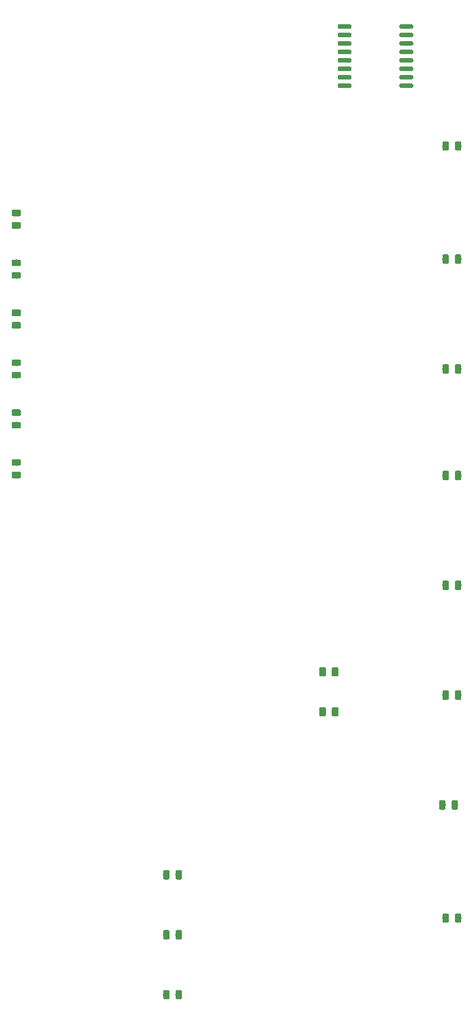
<source format=gbr>
G04 #@! TF.GenerationSoftware,KiCad,Pcbnew,(5.1.4)-1*
G04 #@! TF.CreationDate,2021-06-13T20:18:53-03:00*
G04 #@! TF.ProjectId,_autosave-PLC_Pic18f4550,5f617574-6f73-4617-9665-2d504c435f50,rev?*
G04 #@! TF.SameCoordinates,Original*
G04 #@! TF.FileFunction,Paste,Top*
G04 #@! TF.FilePolarity,Positive*
%FSLAX46Y46*%
G04 Gerber Fmt 4.6, Leading zero omitted, Abs format (unit mm)*
G04 Created by KiCad (PCBNEW (5.1.4)-1) date 2021-06-13 20:18:53*
%MOMM*%
%LPD*%
G04 APERTURE LIST*
%ADD10C,0.100000*%
%ADD11C,0.975000*%
%ADD12C,0.600000*%
G04 APERTURE END LIST*
D10*
G36*
X137830142Y-130301174D02*
G01*
X137853803Y-130304684D01*
X137877007Y-130310496D01*
X137899529Y-130318554D01*
X137921153Y-130328782D01*
X137941670Y-130341079D01*
X137960883Y-130355329D01*
X137978607Y-130371393D01*
X137994671Y-130389117D01*
X138008921Y-130408330D01*
X138021218Y-130428847D01*
X138031446Y-130450471D01*
X138039504Y-130472993D01*
X138045316Y-130496197D01*
X138048826Y-130519858D01*
X138050000Y-130543750D01*
X138050000Y-131456250D01*
X138048826Y-131480142D01*
X138045316Y-131503803D01*
X138039504Y-131527007D01*
X138031446Y-131549529D01*
X138021218Y-131571153D01*
X138008921Y-131591670D01*
X137994671Y-131610883D01*
X137978607Y-131628607D01*
X137960883Y-131644671D01*
X137941670Y-131658921D01*
X137921153Y-131671218D01*
X137899529Y-131681446D01*
X137877007Y-131689504D01*
X137853803Y-131695316D01*
X137830142Y-131698826D01*
X137806250Y-131700000D01*
X137318750Y-131700000D01*
X137294858Y-131698826D01*
X137271197Y-131695316D01*
X137247993Y-131689504D01*
X137225471Y-131681446D01*
X137203847Y-131671218D01*
X137183330Y-131658921D01*
X137164117Y-131644671D01*
X137146393Y-131628607D01*
X137130329Y-131610883D01*
X137116079Y-131591670D01*
X137103782Y-131571153D01*
X137093554Y-131549529D01*
X137085496Y-131527007D01*
X137079684Y-131503803D01*
X137076174Y-131480142D01*
X137075000Y-131456250D01*
X137075000Y-130543750D01*
X137076174Y-130519858D01*
X137079684Y-130496197D01*
X137085496Y-130472993D01*
X137093554Y-130450471D01*
X137103782Y-130428847D01*
X137116079Y-130408330D01*
X137130329Y-130389117D01*
X137146393Y-130371393D01*
X137164117Y-130355329D01*
X137183330Y-130341079D01*
X137203847Y-130328782D01*
X137225471Y-130318554D01*
X137247993Y-130310496D01*
X137271197Y-130304684D01*
X137294858Y-130301174D01*
X137318750Y-130300000D01*
X137806250Y-130300000D01*
X137830142Y-130301174D01*
X137830142Y-130301174D01*
G37*
D11*
X137562500Y-131000000D03*
D10*
G36*
X139705142Y-130301174D02*
G01*
X139728803Y-130304684D01*
X139752007Y-130310496D01*
X139774529Y-130318554D01*
X139796153Y-130328782D01*
X139816670Y-130341079D01*
X139835883Y-130355329D01*
X139853607Y-130371393D01*
X139869671Y-130389117D01*
X139883921Y-130408330D01*
X139896218Y-130428847D01*
X139906446Y-130450471D01*
X139914504Y-130472993D01*
X139920316Y-130496197D01*
X139923826Y-130519858D01*
X139925000Y-130543750D01*
X139925000Y-131456250D01*
X139923826Y-131480142D01*
X139920316Y-131503803D01*
X139914504Y-131527007D01*
X139906446Y-131549529D01*
X139896218Y-131571153D01*
X139883921Y-131591670D01*
X139869671Y-131610883D01*
X139853607Y-131628607D01*
X139835883Y-131644671D01*
X139816670Y-131658921D01*
X139796153Y-131671218D01*
X139774529Y-131681446D01*
X139752007Y-131689504D01*
X139728803Y-131695316D01*
X139705142Y-131698826D01*
X139681250Y-131700000D01*
X139193750Y-131700000D01*
X139169858Y-131698826D01*
X139146197Y-131695316D01*
X139122993Y-131689504D01*
X139100471Y-131681446D01*
X139078847Y-131671218D01*
X139058330Y-131658921D01*
X139039117Y-131644671D01*
X139021393Y-131628607D01*
X139005329Y-131610883D01*
X138991079Y-131591670D01*
X138978782Y-131571153D01*
X138968554Y-131549529D01*
X138960496Y-131527007D01*
X138954684Y-131503803D01*
X138951174Y-131480142D01*
X138950000Y-131456250D01*
X138950000Y-130543750D01*
X138951174Y-130519858D01*
X138954684Y-130496197D01*
X138960496Y-130472993D01*
X138968554Y-130450471D01*
X138978782Y-130428847D01*
X138991079Y-130408330D01*
X139005329Y-130389117D01*
X139021393Y-130371393D01*
X139039117Y-130355329D01*
X139058330Y-130341079D01*
X139078847Y-130328782D01*
X139100471Y-130318554D01*
X139122993Y-130310496D01*
X139146197Y-130304684D01*
X139169858Y-130301174D01*
X139193750Y-130300000D01*
X139681250Y-130300000D01*
X139705142Y-130301174D01*
X139705142Y-130301174D01*
G37*
D11*
X139437500Y-131000000D03*
D10*
G36*
X137830142Y-136301174D02*
G01*
X137853803Y-136304684D01*
X137877007Y-136310496D01*
X137899529Y-136318554D01*
X137921153Y-136328782D01*
X137941670Y-136341079D01*
X137960883Y-136355329D01*
X137978607Y-136371393D01*
X137994671Y-136389117D01*
X138008921Y-136408330D01*
X138021218Y-136428847D01*
X138031446Y-136450471D01*
X138039504Y-136472993D01*
X138045316Y-136496197D01*
X138048826Y-136519858D01*
X138050000Y-136543750D01*
X138050000Y-137456250D01*
X138048826Y-137480142D01*
X138045316Y-137503803D01*
X138039504Y-137527007D01*
X138031446Y-137549529D01*
X138021218Y-137571153D01*
X138008921Y-137591670D01*
X137994671Y-137610883D01*
X137978607Y-137628607D01*
X137960883Y-137644671D01*
X137941670Y-137658921D01*
X137921153Y-137671218D01*
X137899529Y-137681446D01*
X137877007Y-137689504D01*
X137853803Y-137695316D01*
X137830142Y-137698826D01*
X137806250Y-137700000D01*
X137318750Y-137700000D01*
X137294858Y-137698826D01*
X137271197Y-137695316D01*
X137247993Y-137689504D01*
X137225471Y-137681446D01*
X137203847Y-137671218D01*
X137183330Y-137658921D01*
X137164117Y-137644671D01*
X137146393Y-137628607D01*
X137130329Y-137610883D01*
X137116079Y-137591670D01*
X137103782Y-137571153D01*
X137093554Y-137549529D01*
X137085496Y-137527007D01*
X137079684Y-137503803D01*
X137076174Y-137480142D01*
X137075000Y-137456250D01*
X137075000Y-136543750D01*
X137076174Y-136519858D01*
X137079684Y-136496197D01*
X137085496Y-136472993D01*
X137093554Y-136450471D01*
X137103782Y-136428847D01*
X137116079Y-136408330D01*
X137130329Y-136389117D01*
X137146393Y-136371393D01*
X137164117Y-136355329D01*
X137183330Y-136341079D01*
X137203847Y-136328782D01*
X137225471Y-136318554D01*
X137247993Y-136310496D01*
X137271197Y-136304684D01*
X137294858Y-136301174D01*
X137318750Y-136300000D01*
X137806250Y-136300000D01*
X137830142Y-136301174D01*
X137830142Y-136301174D01*
G37*
D11*
X137562500Y-137000000D03*
D10*
G36*
X139705142Y-136301174D02*
G01*
X139728803Y-136304684D01*
X139752007Y-136310496D01*
X139774529Y-136318554D01*
X139796153Y-136328782D01*
X139816670Y-136341079D01*
X139835883Y-136355329D01*
X139853607Y-136371393D01*
X139869671Y-136389117D01*
X139883921Y-136408330D01*
X139896218Y-136428847D01*
X139906446Y-136450471D01*
X139914504Y-136472993D01*
X139920316Y-136496197D01*
X139923826Y-136519858D01*
X139925000Y-136543750D01*
X139925000Y-137456250D01*
X139923826Y-137480142D01*
X139920316Y-137503803D01*
X139914504Y-137527007D01*
X139906446Y-137549529D01*
X139896218Y-137571153D01*
X139883921Y-137591670D01*
X139869671Y-137610883D01*
X139853607Y-137628607D01*
X139835883Y-137644671D01*
X139816670Y-137658921D01*
X139796153Y-137671218D01*
X139774529Y-137681446D01*
X139752007Y-137689504D01*
X139728803Y-137695316D01*
X139705142Y-137698826D01*
X139681250Y-137700000D01*
X139193750Y-137700000D01*
X139169858Y-137698826D01*
X139146197Y-137695316D01*
X139122993Y-137689504D01*
X139100471Y-137681446D01*
X139078847Y-137671218D01*
X139058330Y-137658921D01*
X139039117Y-137644671D01*
X139021393Y-137628607D01*
X139005329Y-137610883D01*
X138991079Y-137591670D01*
X138978782Y-137571153D01*
X138968554Y-137549529D01*
X138960496Y-137527007D01*
X138954684Y-137503803D01*
X138951174Y-137480142D01*
X138950000Y-137456250D01*
X138950000Y-136543750D01*
X138951174Y-136519858D01*
X138954684Y-136496197D01*
X138960496Y-136472993D01*
X138968554Y-136450471D01*
X138978782Y-136428847D01*
X138991079Y-136408330D01*
X139005329Y-136389117D01*
X139021393Y-136371393D01*
X139039117Y-136355329D01*
X139058330Y-136341079D01*
X139078847Y-136328782D01*
X139100471Y-136318554D01*
X139122993Y-136310496D01*
X139146197Y-136304684D01*
X139169858Y-136301174D01*
X139193750Y-136300000D01*
X139681250Y-136300000D01*
X139705142Y-136301174D01*
X139705142Y-136301174D01*
G37*
D11*
X139437500Y-137000000D03*
D10*
G36*
X141739703Y-42645722D02*
G01*
X141754264Y-42647882D01*
X141768543Y-42651459D01*
X141782403Y-42656418D01*
X141795710Y-42662712D01*
X141808336Y-42670280D01*
X141820159Y-42679048D01*
X141831066Y-42688934D01*
X141840952Y-42699841D01*
X141849720Y-42711664D01*
X141857288Y-42724290D01*
X141863582Y-42737597D01*
X141868541Y-42751457D01*
X141872118Y-42765736D01*
X141874278Y-42780297D01*
X141875000Y-42795000D01*
X141875000Y-43095000D01*
X141874278Y-43109703D01*
X141872118Y-43124264D01*
X141868541Y-43138543D01*
X141863582Y-43152403D01*
X141857288Y-43165710D01*
X141849720Y-43178336D01*
X141840952Y-43190159D01*
X141831066Y-43201066D01*
X141820159Y-43210952D01*
X141808336Y-43219720D01*
X141795710Y-43227288D01*
X141782403Y-43233582D01*
X141768543Y-43238541D01*
X141754264Y-43242118D01*
X141739703Y-43244278D01*
X141725000Y-43245000D01*
X139975000Y-43245000D01*
X139960297Y-43244278D01*
X139945736Y-43242118D01*
X139931457Y-43238541D01*
X139917597Y-43233582D01*
X139904290Y-43227288D01*
X139891664Y-43219720D01*
X139879841Y-43210952D01*
X139868934Y-43201066D01*
X139859048Y-43190159D01*
X139850280Y-43178336D01*
X139842712Y-43165710D01*
X139836418Y-43152403D01*
X139831459Y-43138543D01*
X139827882Y-43124264D01*
X139825722Y-43109703D01*
X139825000Y-43095000D01*
X139825000Y-42795000D01*
X139825722Y-42780297D01*
X139827882Y-42765736D01*
X139831459Y-42751457D01*
X139836418Y-42737597D01*
X139842712Y-42724290D01*
X139850280Y-42711664D01*
X139859048Y-42699841D01*
X139868934Y-42688934D01*
X139879841Y-42679048D01*
X139891664Y-42670280D01*
X139904290Y-42662712D01*
X139917597Y-42656418D01*
X139931457Y-42651459D01*
X139945736Y-42647882D01*
X139960297Y-42645722D01*
X139975000Y-42645000D01*
X141725000Y-42645000D01*
X141739703Y-42645722D01*
X141739703Y-42645722D01*
G37*
D12*
X140850000Y-42945000D03*
D10*
G36*
X141739703Y-41375722D02*
G01*
X141754264Y-41377882D01*
X141768543Y-41381459D01*
X141782403Y-41386418D01*
X141795710Y-41392712D01*
X141808336Y-41400280D01*
X141820159Y-41409048D01*
X141831066Y-41418934D01*
X141840952Y-41429841D01*
X141849720Y-41441664D01*
X141857288Y-41454290D01*
X141863582Y-41467597D01*
X141868541Y-41481457D01*
X141872118Y-41495736D01*
X141874278Y-41510297D01*
X141875000Y-41525000D01*
X141875000Y-41825000D01*
X141874278Y-41839703D01*
X141872118Y-41854264D01*
X141868541Y-41868543D01*
X141863582Y-41882403D01*
X141857288Y-41895710D01*
X141849720Y-41908336D01*
X141840952Y-41920159D01*
X141831066Y-41931066D01*
X141820159Y-41940952D01*
X141808336Y-41949720D01*
X141795710Y-41957288D01*
X141782403Y-41963582D01*
X141768543Y-41968541D01*
X141754264Y-41972118D01*
X141739703Y-41974278D01*
X141725000Y-41975000D01*
X139975000Y-41975000D01*
X139960297Y-41974278D01*
X139945736Y-41972118D01*
X139931457Y-41968541D01*
X139917597Y-41963582D01*
X139904290Y-41957288D01*
X139891664Y-41949720D01*
X139879841Y-41940952D01*
X139868934Y-41931066D01*
X139859048Y-41920159D01*
X139850280Y-41908336D01*
X139842712Y-41895710D01*
X139836418Y-41882403D01*
X139831459Y-41868543D01*
X139827882Y-41854264D01*
X139825722Y-41839703D01*
X139825000Y-41825000D01*
X139825000Y-41525000D01*
X139825722Y-41510297D01*
X139827882Y-41495736D01*
X139831459Y-41481457D01*
X139836418Y-41467597D01*
X139842712Y-41454290D01*
X139850280Y-41441664D01*
X139859048Y-41429841D01*
X139868934Y-41418934D01*
X139879841Y-41409048D01*
X139891664Y-41400280D01*
X139904290Y-41392712D01*
X139917597Y-41386418D01*
X139931457Y-41381459D01*
X139945736Y-41377882D01*
X139960297Y-41375722D01*
X139975000Y-41375000D01*
X141725000Y-41375000D01*
X141739703Y-41375722D01*
X141739703Y-41375722D01*
G37*
D12*
X140850000Y-41675000D03*
D10*
G36*
X141739703Y-40105722D02*
G01*
X141754264Y-40107882D01*
X141768543Y-40111459D01*
X141782403Y-40116418D01*
X141795710Y-40122712D01*
X141808336Y-40130280D01*
X141820159Y-40139048D01*
X141831066Y-40148934D01*
X141840952Y-40159841D01*
X141849720Y-40171664D01*
X141857288Y-40184290D01*
X141863582Y-40197597D01*
X141868541Y-40211457D01*
X141872118Y-40225736D01*
X141874278Y-40240297D01*
X141875000Y-40255000D01*
X141875000Y-40555000D01*
X141874278Y-40569703D01*
X141872118Y-40584264D01*
X141868541Y-40598543D01*
X141863582Y-40612403D01*
X141857288Y-40625710D01*
X141849720Y-40638336D01*
X141840952Y-40650159D01*
X141831066Y-40661066D01*
X141820159Y-40670952D01*
X141808336Y-40679720D01*
X141795710Y-40687288D01*
X141782403Y-40693582D01*
X141768543Y-40698541D01*
X141754264Y-40702118D01*
X141739703Y-40704278D01*
X141725000Y-40705000D01*
X139975000Y-40705000D01*
X139960297Y-40704278D01*
X139945736Y-40702118D01*
X139931457Y-40698541D01*
X139917597Y-40693582D01*
X139904290Y-40687288D01*
X139891664Y-40679720D01*
X139879841Y-40670952D01*
X139868934Y-40661066D01*
X139859048Y-40650159D01*
X139850280Y-40638336D01*
X139842712Y-40625710D01*
X139836418Y-40612403D01*
X139831459Y-40598543D01*
X139827882Y-40584264D01*
X139825722Y-40569703D01*
X139825000Y-40555000D01*
X139825000Y-40255000D01*
X139825722Y-40240297D01*
X139827882Y-40225736D01*
X139831459Y-40211457D01*
X139836418Y-40197597D01*
X139842712Y-40184290D01*
X139850280Y-40171664D01*
X139859048Y-40159841D01*
X139868934Y-40148934D01*
X139879841Y-40139048D01*
X139891664Y-40130280D01*
X139904290Y-40122712D01*
X139917597Y-40116418D01*
X139931457Y-40111459D01*
X139945736Y-40107882D01*
X139960297Y-40105722D01*
X139975000Y-40105000D01*
X141725000Y-40105000D01*
X141739703Y-40105722D01*
X141739703Y-40105722D01*
G37*
D12*
X140850000Y-40405000D03*
D10*
G36*
X141739703Y-38835722D02*
G01*
X141754264Y-38837882D01*
X141768543Y-38841459D01*
X141782403Y-38846418D01*
X141795710Y-38852712D01*
X141808336Y-38860280D01*
X141820159Y-38869048D01*
X141831066Y-38878934D01*
X141840952Y-38889841D01*
X141849720Y-38901664D01*
X141857288Y-38914290D01*
X141863582Y-38927597D01*
X141868541Y-38941457D01*
X141872118Y-38955736D01*
X141874278Y-38970297D01*
X141875000Y-38985000D01*
X141875000Y-39285000D01*
X141874278Y-39299703D01*
X141872118Y-39314264D01*
X141868541Y-39328543D01*
X141863582Y-39342403D01*
X141857288Y-39355710D01*
X141849720Y-39368336D01*
X141840952Y-39380159D01*
X141831066Y-39391066D01*
X141820159Y-39400952D01*
X141808336Y-39409720D01*
X141795710Y-39417288D01*
X141782403Y-39423582D01*
X141768543Y-39428541D01*
X141754264Y-39432118D01*
X141739703Y-39434278D01*
X141725000Y-39435000D01*
X139975000Y-39435000D01*
X139960297Y-39434278D01*
X139945736Y-39432118D01*
X139931457Y-39428541D01*
X139917597Y-39423582D01*
X139904290Y-39417288D01*
X139891664Y-39409720D01*
X139879841Y-39400952D01*
X139868934Y-39391066D01*
X139859048Y-39380159D01*
X139850280Y-39368336D01*
X139842712Y-39355710D01*
X139836418Y-39342403D01*
X139831459Y-39328543D01*
X139827882Y-39314264D01*
X139825722Y-39299703D01*
X139825000Y-39285000D01*
X139825000Y-38985000D01*
X139825722Y-38970297D01*
X139827882Y-38955736D01*
X139831459Y-38941457D01*
X139836418Y-38927597D01*
X139842712Y-38914290D01*
X139850280Y-38901664D01*
X139859048Y-38889841D01*
X139868934Y-38878934D01*
X139879841Y-38869048D01*
X139891664Y-38860280D01*
X139904290Y-38852712D01*
X139917597Y-38846418D01*
X139931457Y-38841459D01*
X139945736Y-38837882D01*
X139960297Y-38835722D01*
X139975000Y-38835000D01*
X141725000Y-38835000D01*
X141739703Y-38835722D01*
X141739703Y-38835722D01*
G37*
D12*
X140850000Y-39135000D03*
D10*
G36*
X141739703Y-37565722D02*
G01*
X141754264Y-37567882D01*
X141768543Y-37571459D01*
X141782403Y-37576418D01*
X141795710Y-37582712D01*
X141808336Y-37590280D01*
X141820159Y-37599048D01*
X141831066Y-37608934D01*
X141840952Y-37619841D01*
X141849720Y-37631664D01*
X141857288Y-37644290D01*
X141863582Y-37657597D01*
X141868541Y-37671457D01*
X141872118Y-37685736D01*
X141874278Y-37700297D01*
X141875000Y-37715000D01*
X141875000Y-38015000D01*
X141874278Y-38029703D01*
X141872118Y-38044264D01*
X141868541Y-38058543D01*
X141863582Y-38072403D01*
X141857288Y-38085710D01*
X141849720Y-38098336D01*
X141840952Y-38110159D01*
X141831066Y-38121066D01*
X141820159Y-38130952D01*
X141808336Y-38139720D01*
X141795710Y-38147288D01*
X141782403Y-38153582D01*
X141768543Y-38158541D01*
X141754264Y-38162118D01*
X141739703Y-38164278D01*
X141725000Y-38165000D01*
X139975000Y-38165000D01*
X139960297Y-38164278D01*
X139945736Y-38162118D01*
X139931457Y-38158541D01*
X139917597Y-38153582D01*
X139904290Y-38147288D01*
X139891664Y-38139720D01*
X139879841Y-38130952D01*
X139868934Y-38121066D01*
X139859048Y-38110159D01*
X139850280Y-38098336D01*
X139842712Y-38085710D01*
X139836418Y-38072403D01*
X139831459Y-38058543D01*
X139827882Y-38044264D01*
X139825722Y-38029703D01*
X139825000Y-38015000D01*
X139825000Y-37715000D01*
X139825722Y-37700297D01*
X139827882Y-37685736D01*
X139831459Y-37671457D01*
X139836418Y-37657597D01*
X139842712Y-37644290D01*
X139850280Y-37631664D01*
X139859048Y-37619841D01*
X139868934Y-37608934D01*
X139879841Y-37599048D01*
X139891664Y-37590280D01*
X139904290Y-37582712D01*
X139917597Y-37576418D01*
X139931457Y-37571459D01*
X139945736Y-37567882D01*
X139960297Y-37565722D01*
X139975000Y-37565000D01*
X141725000Y-37565000D01*
X141739703Y-37565722D01*
X141739703Y-37565722D01*
G37*
D12*
X140850000Y-37865000D03*
D10*
G36*
X141739703Y-36295722D02*
G01*
X141754264Y-36297882D01*
X141768543Y-36301459D01*
X141782403Y-36306418D01*
X141795710Y-36312712D01*
X141808336Y-36320280D01*
X141820159Y-36329048D01*
X141831066Y-36338934D01*
X141840952Y-36349841D01*
X141849720Y-36361664D01*
X141857288Y-36374290D01*
X141863582Y-36387597D01*
X141868541Y-36401457D01*
X141872118Y-36415736D01*
X141874278Y-36430297D01*
X141875000Y-36445000D01*
X141875000Y-36745000D01*
X141874278Y-36759703D01*
X141872118Y-36774264D01*
X141868541Y-36788543D01*
X141863582Y-36802403D01*
X141857288Y-36815710D01*
X141849720Y-36828336D01*
X141840952Y-36840159D01*
X141831066Y-36851066D01*
X141820159Y-36860952D01*
X141808336Y-36869720D01*
X141795710Y-36877288D01*
X141782403Y-36883582D01*
X141768543Y-36888541D01*
X141754264Y-36892118D01*
X141739703Y-36894278D01*
X141725000Y-36895000D01*
X139975000Y-36895000D01*
X139960297Y-36894278D01*
X139945736Y-36892118D01*
X139931457Y-36888541D01*
X139917597Y-36883582D01*
X139904290Y-36877288D01*
X139891664Y-36869720D01*
X139879841Y-36860952D01*
X139868934Y-36851066D01*
X139859048Y-36840159D01*
X139850280Y-36828336D01*
X139842712Y-36815710D01*
X139836418Y-36802403D01*
X139831459Y-36788543D01*
X139827882Y-36774264D01*
X139825722Y-36759703D01*
X139825000Y-36745000D01*
X139825000Y-36445000D01*
X139825722Y-36430297D01*
X139827882Y-36415736D01*
X139831459Y-36401457D01*
X139836418Y-36387597D01*
X139842712Y-36374290D01*
X139850280Y-36361664D01*
X139859048Y-36349841D01*
X139868934Y-36338934D01*
X139879841Y-36329048D01*
X139891664Y-36320280D01*
X139904290Y-36312712D01*
X139917597Y-36306418D01*
X139931457Y-36301459D01*
X139945736Y-36297882D01*
X139960297Y-36295722D01*
X139975000Y-36295000D01*
X141725000Y-36295000D01*
X141739703Y-36295722D01*
X141739703Y-36295722D01*
G37*
D12*
X140850000Y-36595000D03*
D10*
G36*
X141739703Y-35025722D02*
G01*
X141754264Y-35027882D01*
X141768543Y-35031459D01*
X141782403Y-35036418D01*
X141795710Y-35042712D01*
X141808336Y-35050280D01*
X141820159Y-35059048D01*
X141831066Y-35068934D01*
X141840952Y-35079841D01*
X141849720Y-35091664D01*
X141857288Y-35104290D01*
X141863582Y-35117597D01*
X141868541Y-35131457D01*
X141872118Y-35145736D01*
X141874278Y-35160297D01*
X141875000Y-35175000D01*
X141875000Y-35475000D01*
X141874278Y-35489703D01*
X141872118Y-35504264D01*
X141868541Y-35518543D01*
X141863582Y-35532403D01*
X141857288Y-35545710D01*
X141849720Y-35558336D01*
X141840952Y-35570159D01*
X141831066Y-35581066D01*
X141820159Y-35590952D01*
X141808336Y-35599720D01*
X141795710Y-35607288D01*
X141782403Y-35613582D01*
X141768543Y-35618541D01*
X141754264Y-35622118D01*
X141739703Y-35624278D01*
X141725000Y-35625000D01*
X139975000Y-35625000D01*
X139960297Y-35624278D01*
X139945736Y-35622118D01*
X139931457Y-35618541D01*
X139917597Y-35613582D01*
X139904290Y-35607288D01*
X139891664Y-35599720D01*
X139879841Y-35590952D01*
X139868934Y-35581066D01*
X139859048Y-35570159D01*
X139850280Y-35558336D01*
X139842712Y-35545710D01*
X139836418Y-35532403D01*
X139831459Y-35518543D01*
X139827882Y-35504264D01*
X139825722Y-35489703D01*
X139825000Y-35475000D01*
X139825000Y-35175000D01*
X139825722Y-35160297D01*
X139827882Y-35145736D01*
X139831459Y-35131457D01*
X139836418Y-35117597D01*
X139842712Y-35104290D01*
X139850280Y-35091664D01*
X139859048Y-35079841D01*
X139868934Y-35068934D01*
X139879841Y-35059048D01*
X139891664Y-35050280D01*
X139904290Y-35042712D01*
X139917597Y-35036418D01*
X139931457Y-35031459D01*
X139945736Y-35027882D01*
X139960297Y-35025722D01*
X139975000Y-35025000D01*
X141725000Y-35025000D01*
X141739703Y-35025722D01*
X141739703Y-35025722D01*
G37*
D12*
X140850000Y-35325000D03*
D10*
G36*
X141739703Y-33755722D02*
G01*
X141754264Y-33757882D01*
X141768543Y-33761459D01*
X141782403Y-33766418D01*
X141795710Y-33772712D01*
X141808336Y-33780280D01*
X141820159Y-33789048D01*
X141831066Y-33798934D01*
X141840952Y-33809841D01*
X141849720Y-33821664D01*
X141857288Y-33834290D01*
X141863582Y-33847597D01*
X141868541Y-33861457D01*
X141872118Y-33875736D01*
X141874278Y-33890297D01*
X141875000Y-33905000D01*
X141875000Y-34205000D01*
X141874278Y-34219703D01*
X141872118Y-34234264D01*
X141868541Y-34248543D01*
X141863582Y-34262403D01*
X141857288Y-34275710D01*
X141849720Y-34288336D01*
X141840952Y-34300159D01*
X141831066Y-34311066D01*
X141820159Y-34320952D01*
X141808336Y-34329720D01*
X141795710Y-34337288D01*
X141782403Y-34343582D01*
X141768543Y-34348541D01*
X141754264Y-34352118D01*
X141739703Y-34354278D01*
X141725000Y-34355000D01*
X139975000Y-34355000D01*
X139960297Y-34354278D01*
X139945736Y-34352118D01*
X139931457Y-34348541D01*
X139917597Y-34343582D01*
X139904290Y-34337288D01*
X139891664Y-34329720D01*
X139879841Y-34320952D01*
X139868934Y-34311066D01*
X139859048Y-34300159D01*
X139850280Y-34288336D01*
X139842712Y-34275710D01*
X139836418Y-34262403D01*
X139831459Y-34248543D01*
X139827882Y-34234264D01*
X139825722Y-34219703D01*
X139825000Y-34205000D01*
X139825000Y-33905000D01*
X139825722Y-33890297D01*
X139827882Y-33875736D01*
X139831459Y-33861457D01*
X139836418Y-33847597D01*
X139842712Y-33834290D01*
X139850280Y-33821664D01*
X139859048Y-33809841D01*
X139868934Y-33798934D01*
X139879841Y-33789048D01*
X139891664Y-33780280D01*
X139904290Y-33772712D01*
X139917597Y-33766418D01*
X139931457Y-33761459D01*
X139945736Y-33757882D01*
X139960297Y-33755722D01*
X139975000Y-33755000D01*
X141725000Y-33755000D01*
X141739703Y-33755722D01*
X141739703Y-33755722D01*
G37*
D12*
X140850000Y-34055000D03*
D10*
G36*
X151039703Y-33755722D02*
G01*
X151054264Y-33757882D01*
X151068543Y-33761459D01*
X151082403Y-33766418D01*
X151095710Y-33772712D01*
X151108336Y-33780280D01*
X151120159Y-33789048D01*
X151131066Y-33798934D01*
X151140952Y-33809841D01*
X151149720Y-33821664D01*
X151157288Y-33834290D01*
X151163582Y-33847597D01*
X151168541Y-33861457D01*
X151172118Y-33875736D01*
X151174278Y-33890297D01*
X151175000Y-33905000D01*
X151175000Y-34205000D01*
X151174278Y-34219703D01*
X151172118Y-34234264D01*
X151168541Y-34248543D01*
X151163582Y-34262403D01*
X151157288Y-34275710D01*
X151149720Y-34288336D01*
X151140952Y-34300159D01*
X151131066Y-34311066D01*
X151120159Y-34320952D01*
X151108336Y-34329720D01*
X151095710Y-34337288D01*
X151082403Y-34343582D01*
X151068543Y-34348541D01*
X151054264Y-34352118D01*
X151039703Y-34354278D01*
X151025000Y-34355000D01*
X149275000Y-34355000D01*
X149260297Y-34354278D01*
X149245736Y-34352118D01*
X149231457Y-34348541D01*
X149217597Y-34343582D01*
X149204290Y-34337288D01*
X149191664Y-34329720D01*
X149179841Y-34320952D01*
X149168934Y-34311066D01*
X149159048Y-34300159D01*
X149150280Y-34288336D01*
X149142712Y-34275710D01*
X149136418Y-34262403D01*
X149131459Y-34248543D01*
X149127882Y-34234264D01*
X149125722Y-34219703D01*
X149125000Y-34205000D01*
X149125000Y-33905000D01*
X149125722Y-33890297D01*
X149127882Y-33875736D01*
X149131459Y-33861457D01*
X149136418Y-33847597D01*
X149142712Y-33834290D01*
X149150280Y-33821664D01*
X149159048Y-33809841D01*
X149168934Y-33798934D01*
X149179841Y-33789048D01*
X149191664Y-33780280D01*
X149204290Y-33772712D01*
X149217597Y-33766418D01*
X149231457Y-33761459D01*
X149245736Y-33757882D01*
X149260297Y-33755722D01*
X149275000Y-33755000D01*
X151025000Y-33755000D01*
X151039703Y-33755722D01*
X151039703Y-33755722D01*
G37*
D12*
X150150000Y-34055000D03*
D10*
G36*
X151039703Y-35025722D02*
G01*
X151054264Y-35027882D01*
X151068543Y-35031459D01*
X151082403Y-35036418D01*
X151095710Y-35042712D01*
X151108336Y-35050280D01*
X151120159Y-35059048D01*
X151131066Y-35068934D01*
X151140952Y-35079841D01*
X151149720Y-35091664D01*
X151157288Y-35104290D01*
X151163582Y-35117597D01*
X151168541Y-35131457D01*
X151172118Y-35145736D01*
X151174278Y-35160297D01*
X151175000Y-35175000D01*
X151175000Y-35475000D01*
X151174278Y-35489703D01*
X151172118Y-35504264D01*
X151168541Y-35518543D01*
X151163582Y-35532403D01*
X151157288Y-35545710D01*
X151149720Y-35558336D01*
X151140952Y-35570159D01*
X151131066Y-35581066D01*
X151120159Y-35590952D01*
X151108336Y-35599720D01*
X151095710Y-35607288D01*
X151082403Y-35613582D01*
X151068543Y-35618541D01*
X151054264Y-35622118D01*
X151039703Y-35624278D01*
X151025000Y-35625000D01*
X149275000Y-35625000D01*
X149260297Y-35624278D01*
X149245736Y-35622118D01*
X149231457Y-35618541D01*
X149217597Y-35613582D01*
X149204290Y-35607288D01*
X149191664Y-35599720D01*
X149179841Y-35590952D01*
X149168934Y-35581066D01*
X149159048Y-35570159D01*
X149150280Y-35558336D01*
X149142712Y-35545710D01*
X149136418Y-35532403D01*
X149131459Y-35518543D01*
X149127882Y-35504264D01*
X149125722Y-35489703D01*
X149125000Y-35475000D01*
X149125000Y-35175000D01*
X149125722Y-35160297D01*
X149127882Y-35145736D01*
X149131459Y-35131457D01*
X149136418Y-35117597D01*
X149142712Y-35104290D01*
X149150280Y-35091664D01*
X149159048Y-35079841D01*
X149168934Y-35068934D01*
X149179841Y-35059048D01*
X149191664Y-35050280D01*
X149204290Y-35042712D01*
X149217597Y-35036418D01*
X149231457Y-35031459D01*
X149245736Y-35027882D01*
X149260297Y-35025722D01*
X149275000Y-35025000D01*
X151025000Y-35025000D01*
X151039703Y-35025722D01*
X151039703Y-35025722D01*
G37*
D12*
X150150000Y-35325000D03*
D10*
G36*
X151039703Y-36295722D02*
G01*
X151054264Y-36297882D01*
X151068543Y-36301459D01*
X151082403Y-36306418D01*
X151095710Y-36312712D01*
X151108336Y-36320280D01*
X151120159Y-36329048D01*
X151131066Y-36338934D01*
X151140952Y-36349841D01*
X151149720Y-36361664D01*
X151157288Y-36374290D01*
X151163582Y-36387597D01*
X151168541Y-36401457D01*
X151172118Y-36415736D01*
X151174278Y-36430297D01*
X151175000Y-36445000D01*
X151175000Y-36745000D01*
X151174278Y-36759703D01*
X151172118Y-36774264D01*
X151168541Y-36788543D01*
X151163582Y-36802403D01*
X151157288Y-36815710D01*
X151149720Y-36828336D01*
X151140952Y-36840159D01*
X151131066Y-36851066D01*
X151120159Y-36860952D01*
X151108336Y-36869720D01*
X151095710Y-36877288D01*
X151082403Y-36883582D01*
X151068543Y-36888541D01*
X151054264Y-36892118D01*
X151039703Y-36894278D01*
X151025000Y-36895000D01*
X149275000Y-36895000D01*
X149260297Y-36894278D01*
X149245736Y-36892118D01*
X149231457Y-36888541D01*
X149217597Y-36883582D01*
X149204290Y-36877288D01*
X149191664Y-36869720D01*
X149179841Y-36860952D01*
X149168934Y-36851066D01*
X149159048Y-36840159D01*
X149150280Y-36828336D01*
X149142712Y-36815710D01*
X149136418Y-36802403D01*
X149131459Y-36788543D01*
X149127882Y-36774264D01*
X149125722Y-36759703D01*
X149125000Y-36745000D01*
X149125000Y-36445000D01*
X149125722Y-36430297D01*
X149127882Y-36415736D01*
X149131459Y-36401457D01*
X149136418Y-36387597D01*
X149142712Y-36374290D01*
X149150280Y-36361664D01*
X149159048Y-36349841D01*
X149168934Y-36338934D01*
X149179841Y-36329048D01*
X149191664Y-36320280D01*
X149204290Y-36312712D01*
X149217597Y-36306418D01*
X149231457Y-36301459D01*
X149245736Y-36297882D01*
X149260297Y-36295722D01*
X149275000Y-36295000D01*
X151025000Y-36295000D01*
X151039703Y-36295722D01*
X151039703Y-36295722D01*
G37*
D12*
X150150000Y-36595000D03*
D10*
G36*
X151039703Y-37565722D02*
G01*
X151054264Y-37567882D01*
X151068543Y-37571459D01*
X151082403Y-37576418D01*
X151095710Y-37582712D01*
X151108336Y-37590280D01*
X151120159Y-37599048D01*
X151131066Y-37608934D01*
X151140952Y-37619841D01*
X151149720Y-37631664D01*
X151157288Y-37644290D01*
X151163582Y-37657597D01*
X151168541Y-37671457D01*
X151172118Y-37685736D01*
X151174278Y-37700297D01*
X151175000Y-37715000D01*
X151175000Y-38015000D01*
X151174278Y-38029703D01*
X151172118Y-38044264D01*
X151168541Y-38058543D01*
X151163582Y-38072403D01*
X151157288Y-38085710D01*
X151149720Y-38098336D01*
X151140952Y-38110159D01*
X151131066Y-38121066D01*
X151120159Y-38130952D01*
X151108336Y-38139720D01*
X151095710Y-38147288D01*
X151082403Y-38153582D01*
X151068543Y-38158541D01*
X151054264Y-38162118D01*
X151039703Y-38164278D01*
X151025000Y-38165000D01*
X149275000Y-38165000D01*
X149260297Y-38164278D01*
X149245736Y-38162118D01*
X149231457Y-38158541D01*
X149217597Y-38153582D01*
X149204290Y-38147288D01*
X149191664Y-38139720D01*
X149179841Y-38130952D01*
X149168934Y-38121066D01*
X149159048Y-38110159D01*
X149150280Y-38098336D01*
X149142712Y-38085710D01*
X149136418Y-38072403D01*
X149131459Y-38058543D01*
X149127882Y-38044264D01*
X149125722Y-38029703D01*
X149125000Y-38015000D01*
X149125000Y-37715000D01*
X149125722Y-37700297D01*
X149127882Y-37685736D01*
X149131459Y-37671457D01*
X149136418Y-37657597D01*
X149142712Y-37644290D01*
X149150280Y-37631664D01*
X149159048Y-37619841D01*
X149168934Y-37608934D01*
X149179841Y-37599048D01*
X149191664Y-37590280D01*
X149204290Y-37582712D01*
X149217597Y-37576418D01*
X149231457Y-37571459D01*
X149245736Y-37567882D01*
X149260297Y-37565722D01*
X149275000Y-37565000D01*
X151025000Y-37565000D01*
X151039703Y-37565722D01*
X151039703Y-37565722D01*
G37*
D12*
X150150000Y-37865000D03*
D10*
G36*
X151039703Y-38835722D02*
G01*
X151054264Y-38837882D01*
X151068543Y-38841459D01*
X151082403Y-38846418D01*
X151095710Y-38852712D01*
X151108336Y-38860280D01*
X151120159Y-38869048D01*
X151131066Y-38878934D01*
X151140952Y-38889841D01*
X151149720Y-38901664D01*
X151157288Y-38914290D01*
X151163582Y-38927597D01*
X151168541Y-38941457D01*
X151172118Y-38955736D01*
X151174278Y-38970297D01*
X151175000Y-38985000D01*
X151175000Y-39285000D01*
X151174278Y-39299703D01*
X151172118Y-39314264D01*
X151168541Y-39328543D01*
X151163582Y-39342403D01*
X151157288Y-39355710D01*
X151149720Y-39368336D01*
X151140952Y-39380159D01*
X151131066Y-39391066D01*
X151120159Y-39400952D01*
X151108336Y-39409720D01*
X151095710Y-39417288D01*
X151082403Y-39423582D01*
X151068543Y-39428541D01*
X151054264Y-39432118D01*
X151039703Y-39434278D01*
X151025000Y-39435000D01*
X149275000Y-39435000D01*
X149260297Y-39434278D01*
X149245736Y-39432118D01*
X149231457Y-39428541D01*
X149217597Y-39423582D01*
X149204290Y-39417288D01*
X149191664Y-39409720D01*
X149179841Y-39400952D01*
X149168934Y-39391066D01*
X149159048Y-39380159D01*
X149150280Y-39368336D01*
X149142712Y-39355710D01*
X149136418Y-39342403D01*
X149131459Y-39328543D01*
X149127882Y-39314264D01*
X149125722Y-39299703D01*
X149125000Y-39285000D01*
X149125000Y-38985000D01*
X149125722Y-38970297D01*
X149127882Y-38955736D01*
X149131459Y-38941457D01*
X149136418Y-38927597D01*
X149142712Y-38914290D01*
X149150280Y-38901664D01*
X149159048Y-38889841D01*
X149168934Y-38878934D01*
X149179841Y-38869048D01*
X149191664Y-38860280D01*
X149204290Y-38852712D01*
X149217597Y-38846418D01*
X149231457Y-38841459D01*
X149245736Y-38837882D01*
X149260297Y-38835722D01*
X149275000Y-38835000D01*
X151025000Y-38835000D01*
X151039703Y-38835722D01*
X151039703Y-38835722D01*
G37*
D12*
X150150000Y-39135000D03*
D10*
G36*
X151039703Y-40105722D02*
G01*
X151054264Y-40107882D01*
X151068543Y-40111459D01*
X151082403Y-40116418D01*
X151095710Y-40122712D01*
X151108336Y-40130280D01*
X151120159Y-40139048D01*
X151131066Y-40148934D01*
X151140952Y-40159841D01*
X151149720Y-40171664D01*
X151157288Y-40184290D01*
X151163582Y-40197597D01*
X151168541Y-40211457D01*
X151172118Y-40225736D01*
X151174278Y-40240297D01*
X151175000Y-40255000D01*
X151175000Y-40555000D01*
X151174278Y-40569703D01*
X151172118Y-40584264D01*
X151168541Y-40598543D01*
X151163582Y-40612403D01*
X151157288Y-40625710D01*
X151149720Y-40638336D01*
X151140952Y-40650159D01*
X151131066Y-40661066D01*
X151120159Y-40670952D01*
X151108336Y-40679720D01*
X151095710Y-40687288D01*
X151082403Y-40693582D01*
X151068543Y-40698541D01*
X151054264Y-40702118D01*
X151039703Y-40704278D01*
X151025000Y-40705000D01*
X149275000Y-40705000D01*
X149260297Y-40704278D01*
X149245736Y-40702118D01*
X149231457Y-40698541D01*
X149217597Y-40693582D01*
X149204290Y-40687288D01*
X149191664Y-40679720D01*
X149179841Y-40670952D01*
X149168934Y-40661066D01*
X149159048Y-40650159D01*
X149150280Y-40638336D01*
X149142712Y-40625710D01*
X149136418Y-40612403D01*
X149131459Y-40598543D01*
X149127882Y-40584264D01*
X149125722Y-40569703D01*
X149125000Y-40555000D01*
X149125000Y-40255000D01*
X149125722Y-40240297D01*
X149127882Y-40225736D01*
X149131459Y-40211457D01*
X149136418Y-40197597D01*
X149142712Y-40184290D01*
X149150280Y-40171664D01*
X149159048Y-40159841D01*
X149168934Y-40148934D01*
X149179841Y-40139048D01*
X149191664Y-40130280D01*
X149204290Y-40122712D01*
X149217597Y-40116418D01*
X149231457Y-40111459D01*
X149245736Y-40107882D01*
X149260297Y-40105722D01*
X149275000Y-40105000D01*
X151025000Y-40105000D01*
X151039703Y-40105722D01*
X151039703Y-40105722D01*
G37*
D12*
X150150000Y-40405000D03*
D10*
G36*
X151039703Y-41375722D02*
G01*
X151054264Y-41377882D01*
X151068543Y-41381459D01*
X151082403Y-41386418D01*
X151095710Y-41392712D01*
X151108336Y-41400280D01*
X151120159Y-41409048D01*
X151131066Y-41418934D01*
X151140952Y-41429841D01*
X151149720Y-41441664D01*
X151157288Y-41454290D01*
X151163582Y-41467597D01*
X151168541Y-41481457D01*
X151172118Y-41495736D01*
X151174278Y-41510297D01*
X151175000Y-41525000D01*
X151175000Y-41825000D01*
X151174278Y-41839703D01*
X151172118Y-41854264D01*
X151168541Y-41868543D01*
X151163582Y-41882403D01*
X151157288Y-41895710D01*
X151149720Y-41908336D01*
X151140952Y-41920159D01*
X151131066Y-41931066D01*
X151120159Y-41940952D01*
X151108336Y-41949720D01*
X151095710Y-41957288D01*
X151082403Y-41963582D01*
X151068543Y-41968541D01*
X151054264Y-41972118D01*
X151039703Y-41974278D01*
X151025000Y-41975000D01*
X149275000Y-41975000D01*
X149260297Y-41974278D01*
X149245736Y-41972118D01*
X149231457Y-41968541D01*
X149217597Y-41963582D01*
X149204290Y-41957288D01*
X149191664Y-41949720D01*
X149179841Y-41940952D01*
X149168934Y-41931066D01*
X149159048Y-41920159D01*
X149150280Y-41908336D01*
X149142712Y-41895710D01*
X149136418Y-41882403D01*
X149131459Y-41868543D01*
X149127882Y-41854264D01*
X149125722Y-41839703D01*
X149125000Y-41825000D01*
X149125000Y-41525000D01*
X149125722Y-41510297D01*
X149127882Y-41495736D01*
X149131459Y-41481457D01*
X149136418Y-41467597D01*
X149142712Y-41454290D01*
X149150280Y-41441664D01*
X149159048Y-41429841D01*
X149168934Y-41418934D01*
X149179841Y-41409048D01*
X149191664Y-41400280D01*
X149204290Y-41392712D01*
X149217597Y-41386418D01*
X149231457Y-41381459D01*
X149245736Y-41377882D01*
X149260297Y-41375722D01*
X149275000Y-41375000D01*
X151025000Y-41375000D01*
X151039703Y-41375722D01*
X151039703Y-41375722D01*
G37*
D12*
X150150000Y-41675000D03*
D10*
G36*
X151039703Y-42645722D02*
G01*
X151054264Y-42647882D01*
X151068543Y-42651459D01*
X151082403Y-42656418D01*
X151095710Y-42662712D01*
X151108336Y-42670280D01*
X151120159Y-42679048D01*
X151131066Y-42688934D01*
X151140952Y-42699841D01*
X151149720Y-42711664D01*
X151157288Y-42724290D01*
X151163582Y-42737597D01*
X151168541Y-42751457D01*
X151172118Y-42765736D01*
X151174278Y-42780297D01*
X151175000Y-42795000D01*
X151175000Y-43095000D01*
X151174278Y-43109703D01*
X151172118Y-43124264D01*
X151168541Y-43138543D01*
X151163582Y-43152403D01*
X151157288Y-43165710D01*
X151149720Y-43178336D01*
X151140952Y-43190159D01*
X151131066Y-43201066D01*
X151120159Y-43210952D01*
X151108336Y-43219720D01*
X151095710Y-43227288D01*
X151082403Y-43233582D01*
X151068543Y-43238541D01*
X151054264Y-43242118D01*
X151039703Y-43244278D01*
X151025000Y-43245000D01*
X149275000Y-43245000D01*
X149260297Y-43244278D01*
X149245736Y-43242118D01*
X149231457Y-43238541D01*
X149217597Y-43233582D01*
X149204290Y-43227288D01*
X149191664Y-43219720D01*
X149179841Y-43210952D01*
X149168934Y-43201066D01*
X149159048Y-43190159D01*
X149150280Y-43178336D01*
X149142712Y-43165710D01*
X149136418Y-43152403D01*
X149131459Y-43138543D01*
X149127882Y-43124264D01*
X149125722Y-43109703D01*
X149125000Y-43095000D01*
X149125000Y-42795000D01*
X149125722Y-42780297D01*
X149127882Y-42765736D01*
X149131459Y-42751457D01*
X149136418Y-42737597D01*
X149142712Y-42724290D01*
X149150280Y-42711664D01*
X149159048Y-42699841D01*
X149168934Y-42688934D01*
X149179841Y-42679048D01*
X149191664Y-42670280D01*
X149204290Y-42662712D01*
X149217597Y-42656418D01*
X149231457Y-42651459D01*
X149245736Y-42647882D01*
X149260297Y-42645722D01*
X149275000Y-42645000D01*
X151025000Y-42645000D01*
X151039703Y-42645722D01*
X151039703Y-42645722D01*
G37*
D12*
X150150000Y-42945000D03*
D10*
G36*
X91980142Y-100951174D02*
G01*
X92003803Y-100954684D01*
X92027007Y-100960496D01*
X92049529Y-100968554D01*
X92071153Y-100978782D01*
X92091670Y-100991079D01*
X92110883Y-101005329D01*
X92128607Y-101021393D01*
X92144671Y-101039117D01*
X92158921Y-101058330D01*
X92171218Y-101078847D01*
X92181446Y-101100471D01*
X92189504Y-101122993D01*
X92195316Y-101146197D01*
X92198826Y-101169858D01*
X92200000Y-101193750D01*
X92200000Y-101681250D01*
X92198826Y-101705142D01*
X92195316Y-101728803D01*
X92189504Y-101752007D01*
X92181446Y-101774529D01*
X92171218Y-101796153D01*
X92158921Y-101816670D01*
X92144671Y-101835883D01*
X92128607Y-101853607D01*
X92110883Y-101869671D01*
X92091670Y-101883921D01*
X92071153Y-101896218D01*
X92049529Y-101906446D01*
X92027007Y-101914504D01*
X92003803Y-101920316D01*
X91980142Y-101923826D01*
X91956250Y-101925000D01*
X91043750Y-101925000D01*
X91019858Y-101923826D01*
X90996197Y-101920316D01*
X90972993Y-101914504D01*
X90950471Y-101906446D01*
X90928847Y-101896218D01*
X90908330Y-101883921D01*
X90889117Y-101869671D01*
X90871393Y-101853607D01*
X90855329Y-101835883D01*
X90841079Y-101816670D01*
X90828782Y-101796153D01*
X90818554Y-101774529D01*
X90810496Y-101752007D01*
X90804684Y-101728803D01*
X90801174Y-101705142D01*
X90800000Y-101681250D01*
X90800000Y-101193750D01*
X90801174Y-101169858D01*
X90804684Y-101146197D01*
X90810496Y-101122993D01*
X90818554Y-101100471D01*
X90828782Y-101078847D01*
X90841079Y-101058330D01*
X90855329Y-101039117D01*
X90871393Y-101021393D01*
X90889117Y-101005329D01*
X90908330Y-100991079D01*
X90928847Y-100978782D01*
X90950471Y-100968554D01*
X90972993Y-100960496D01*
X90996197Y-100954684D01*
X91019858Y-100951174D01*
X91043750Y-100950000D01*
X91956250Y-100950000D01*
X91980142Y-100951174D01*
X91980142Y-100951174D01*
G37*
D11*
X91500000Y-101437500D03*
D10*
G36*
X91980142Y-99076174D02*
G01*
X92003803Y-99079684D01*
X92027007Y-99085496D01*
X92049529Y-99093554D01*
X92071153Y-99103782D01*
X92091670Y-99116079D01*
X92110883Y-99130329D01*
X92128607Y-99146393D01*
X92144671Y-99164117D01*
X92158921Y-99183330D01*
X92171218Y-99203847D01*
X92181446Y-99225471D01*
X92189504Y-99247993D01*
X92195316Y-99271197D01*
X92198826Y-99294858D01*
X92200000Y-99318750D01*
X92200000Y-99806250D01*
X92198826Y-99830142D01*
X92195316Y-99853803D01*
X92189504Y-99877007D01*
X92181446Y-99899529D01*
X92171218Y-99921153D01*
X92158921Y-99941670D01*
X92144671Y-99960883D01*
X92128607Y-99978607D01*
X92110883Y-99994671D01*
X92091670Y-100008921D01*
X92071153Y-100021218D01*
X92049529Y-100031446D01*
X92027007Y-100039504D01*
X92003803Y-100045316D01*
X91980142Y-100048826D01*
X91956250Y-100050000D01*
X91043750Y-100050000D01*
X91019858Y-100048826D01*
X90996197Y-100045316D01*
X90972993Y-100039504D01*
X90950471Y-100031446D01*
X90928847Y-100021218D01*
X90908330Y-100008921D01*
X90889117Y-99994671D01*
X90871393Y-99978607D01*
X90855329Y-99960883D01*
X90841079Y-99941670D01*
X90828782Y-99921153D01*
X90818554Y-99899529D01*
X90810496Y-99877007D01*
X90804684Y-99853803D01*
X90801174Y-99830142D01*
X90800000Y-99806250D01*
X90800000Y-99318750D01*
X90801174Y-99294858D01*
X90804684Y-99271197D01*
X90810496Y-99247993D01*
X90818554Y-99225471D01*
X90828782Y-99203847D01*
X90841079Y-99183330D01*
X90855329Y-99164117D01*
X90871393Y-99146393D01*
X90889117Y-99130329D01*
X90908330Y-99116079D01*
X90928847Y-99103782D01*
X90950471Y-99093554D01*
X90972993Y-99085496D01*
X90996197Y-99079684D01*
X91019858Y-99076174D01*
X91043750Y-99075000D01*
X91956250Y-99075000D01*
X91980142Y-99076174D01*
X91980142Y-99076174D01*
G37*
D11*
X91500000Y-99562500D03*
D10*
G36*
X91980142Y-93451174D02*
G01*
X92003803Y-93454684D01*
X92027007Y-93460496D01*
X92049529Y-93468554D01*
X92071153Y-93478782D01*
X92091670Y-93491079D01*
X92110883Y-93505329D01*
X92128607Y-93521393D01*
X92144671Y-93539117D01*
X92158921Y-93558330D01*
X92171218Y-93578847D01*
X92181446Y-93600471D01*
X92189504Y-93622993D01*
X92195316Y-93646197D01*
X92198826Y-93669858D01*
X92200000Y-93693750D01*
X92200000Y-94181250D01*
X92198826Y-94205142D01*
X92195316Y-94228803D01*
X92189504Y-94252007D01*
X92181446Y-94274529D01*
X92171218Y-94296153D01*
X92158921Y-94316670D01*
X92144671Y-94335883D01*
X92128607Y-94353607D01*
X92110883Y-94369671D01*
X92091670Y-94383921D01*
X92071153Y-94396218D01*
X92049529Y-94406446D01*
X92027007Y-94414504D01*
X92003803Y-94420316D01*
X91980142Y-94423826D01*
X91956250Y-94425000D01*
X91043750Y-94425000D01*
X91019858Y-94423826D01*
X90996197Y-94420316D01*
X90972993Y-94414504D01*
X90950471Y-94406446D01*
X90928847Y-94396218D01*
X90908330Y-94383921D01*
X90889117Y-94369671D01*
X90871393Y-94353607D01*
X90855329Y-94335883D01*
X90841079Y-94316670D01*
X90828782Y-94296153D01*
X90818554Y-94274529D01*
X90810496Y-94252007D01*
X90804684Y-94228803D01*
X90801174Y-94205142D01*
X90800000Y-94181250D01*
X90800000Y-93693750D01*
X90801174Y-93669858D01*
X90804684Y-93646197D01*
X90810496Y-93622993D01*
X90818554Y-93600471D01*
X90828782Y-93578847D01*
X90841079Y-93558330D01*
X90855329Y-93539117D01*
X90871393Y-93521393D01*
X90889117Y-93505329D01*
X90908330Y-93491079D01*
X90928847Y-93478782D01*
X90950471Y-93468554D01*
X90972993Y-93460496D01*
X90996197Y-93454684D01*
X91019858Y-93451174D01*
X91043750Y-93450000D01*
X91956250Y-93450000D01*
X91980142Y-93451174D01*
X91980142Y-93451174D01*
G37*
D11*
X91500000Y-93937500D03*
D10*
G36*
X91980142Y-91576174D02*
G01*
X92003803Y-91579684D01*
X92027007Y-91585496D01*
X92049529Y-91593554D01*
X92071153Y-91603782D01*
X92091670Y-91616079D01*
X92110883Y-91630329D01*
X92128607Y-91646393D01*
X92144671Y-91664117D01*
X92158921Y-91683330D01*
X92171218Y-91703847D01*
X92181446Y-91725471D01*
X92189504Y-91747993D01*
X92195316Y-91771197D01*
X92198826Y-91794858D01*
X92200000Y-91818750D01*
X92200000Y-92306250D01*
X92198826Y-92330142D01*
X92195316Y-92353803D01*
X92189504Y-92377007D01*
X92181446Y-92399529D01*
X92171218Y-92421153D01*
X92158921Y-92441670D01*
X92144671Y-92460883D01*
X92128607Y-92478607D01*
X92110883Y-92494671D01*
X92091670Y-92508921D01*
X92071153Y-92521218D01*
X92049529Y-92531446D01*
X92027007Y-92539504D01*
X92003803Y-92545316D01*
X91980142Y-92548826D01*
X91956250Y-92550000D01*
X91043750Y-92550000D01*
X91019858Y-92548826D01*
X90996197Y-92545316D01*
X90972993Y-92539504D01*
X90950471Y-92531446D01*
X90928847Y-92521218D01*
X90908330Y-92508921D01*
X90889117Y-92494671D01*
X90871393Y-92478607D01*
X90855329Y-92460883D01*
X90841079Y-92441670D01*
X90828782Y-92421153D01*
X90818554Y-92399529D01*
X90810496Y-92377007D01*
X90804684Y-92353803D01*
X90801174Y-92330142D01*
X90800000Y-92306250D01*
X90800000Y-91818750D01*
X90801174Y-91794858D01*
X90804684Y-91771197D01*
X90810496Y-91747993D01*
X90818554Y-91725471D01*
X90828782Y-91703847D01*
X90841079Y-91683330D01*
X90855329Y-91664117D01*
X90871393Y-91646393D01*
X90889117Y-91630329D01*
X90908330Y-91616079D01*
X90928847Y-91603782D01*
X90950471Y-91593554D01*
X90972993Y-91585496D01*
X90996197Y-91579684D01*
X91019858Y-91576174D01*
X91043750Y-91575000D01*
X91956250Y-91575000D01*
X91980142Y-91576174D01*
X91980142Y-91576174D01*
G37*
D11*
X91500000Y-92062500D03*
D10*
G36*
X91980142Y-85951174D02*
G01*
X92003803Y-85954684D01*
X92027007Y-85960496D01*
X92049529Y-85968554D01*
X92071153Y-85978782D01*
X92091670Y-85991079D01*
X92110883Y-86005329D01*
X92128607Y-86021393D01*
X92144671Y-86039117D01*
X92158921Y-86058330D01*
X92171218Y-86078847D01*
X92181446Y-86100471D01*
X92189504Y-86122993D01*
X92195316Y-86146197D01*
X92198826Y-86169858D01*
X92200000Y-86193750D01*
X92200000Y-86681250D01*
X92198826Y-86705142D01*
X92195316Y-86728803D01*
X92189504Y-86752007D01*
X92181446Y-86774529D01*
X92171218Y-86796153D01*
X92158921Y-86816670D01*
X92144671Y-86835883D01*
X92128607Y-86853607D01*
X92110883Y-86869671D01*
X92091670Y-86883921D01*
X92071153Y-86896218D01*
X92049529Y-86906446D01*
X92027007Y-86914504D01*
X92003803Y-86920316D01*
X91980142Y-86923826D01*
X91956250Y-86925000D01*
X91043750Y-86925000D01*
X91019858Y-86923826D01*
X90996197Y-86920316D01*
X90972993Y-86914504D01*
X90950471Y-86906446D01*
X90928847Y-86896218D01*
X90908330Y-86883921D01*
X90889117Y-86869671D01*
X90871393Y-86853607D01*
X90855329Y-86835883D01*
X90841079Y-86816670D01*
X90828782Y-86796153D01*
X90818554Y-86774529D01*
X90810496Y-86752007D01*
X90804684Y-86728803D01*
X90801174Y-86705142D01*
X90800000Y-86681250D01*
X90800000Y-86193750D01*
X90801174Y-86169858D01*
X90804684Y-86146197D01*
X90810496Y-86122993D01*
X90818554Y-86100471D01*
X90828782Y-86078847D01*
X90841079Y-86058330D01*
X90855329Y-86039117D01*
X90871393Y-86021393D01*
X90889117Y-86005329D01*
X90908330Y-85991079D01*
X90928847Y-85978782D01*
X90950471Y-85968554D01*
X90972993Y-85960496D01*
X90996197Y-85954684D01*
X91019858Y-85951174D01*
X91043750Y-85950000D01*
X91956250Y-85950000D01*
X91980142Y-85951174D01*
X91980142Y-85951174D01*
G37*
D11*
X91500000Y-86437500D03*
D10*
G36*
X91980142Y-84076174D02*
G01*
X92003803Y-84079684D01*
X92027007Y-84085496D01*
X92049529Y-84093554D01*
X92071153Y-84103782D01*
X92091670Y-84116079D01*
X92110883Y-84130329D01*
X92128607Y-84146393D01*
X92144671Y-84164117D01*
X92158921Y-84183330D01*
X92171218Y-84203847D01*
X92181446Y-84225471D01*
X92189504Y-84247993D01*
X92195316Y-84271197D01*
X92198826Y-84294858D01*
X92200000Y-84318750D01*
X92200000Y-84806250D01*
X92198826Y-84830142D01*
X92195316Y-84853803D01*
X92189504Y-84877007D01*
X92181446Y-84899529D01*
X92171218Y-84921153D01*
X92158921Y-84941670D01*
X92144671Y-84960883D01*
X92128607Y-84978607D01*
X92110883Y-84994671D01*
X92091670Y-85008921D01*
X92071153Y-85021218D01*
X92049529Y-85031446D01*
X92027007Y-85039504D01*
X92003803Y-85045316D01*
X91980142Y-85048826D01*
X91956250Y-85050000D01*
X91043750Y-85050000D01*
X91019858Y-85048826D01*
X90996197Y-85045316D01*
X90972993Y-85039504D01*
X90950471Y-85031446D01*
X90928847Y-85021218D01*
X90908330Y-85008921D01*
X90889117Y-84994671D01*
X90871393Y-84978607D01*
X90855329Y-84960883D01*
X90841079Y-84941670D01*
X90828782Y-84921153D01*
X90818554Y-84899529D01*
X90810496Y-84877007D01*
X90804684Y-84853803D01*
X90801174Y-84830142D01*
X90800000Y-84806250D01*
X90800000Y-84318750D01*
X90801174Y-84294858D01*
X90804684Y-84271197D01*
X90810496Y-84247993D01*
X90818554Y-84225471D01*
X90828782Y-84203847D01*
X90841079Y-84183330D01*
X90855329Y-84164117D01*
X90871393Y-84146393D01*
X90889117Y-84130329D01*
X90908330Y-84116079D01*
X90928847Y-84103782D01*
X90950471Y-84093554D01*
X90972993Y-84085496D01*
X90996197Y-84079684D01*
X91019858Y-84076174D01*
X91043750Y-84075000D01*
X91956250Y-84075000D01*
X91980142Y-84076174D01*
X91980142Y-84076174D01*
G37*
D11*
X91500000Y-84562500D03*
D10*
G36*
X91980142Y-78451174D02*
G01*
X92003803Y-78454684D01*
X92027007Y-78460496D01*
X92049529Y-78468554D01*
X92071153Y-78478782D01*
X92091670Y-78491079D01*
X92110883Y-78505329D01*
X92128607Y-78521393D01*
X92144671Y-78539117D01*
X92158921Y-78558330D01*
X92171218Y-78578847D01*
X92181446Y-78600471D01*
X92189504Y-78622993D01*
X92195316Y-78646197D01*
X92198826Y-78669858D01*
X92200000Y-78693750D01*
X92200000Y-79181250D01*
X92198826Y-79205142D01*
X92195316Y-79228803D01*
X92189504Y-79252007D01*
X92181446Y-79274529D01*
X92171218Y-79296153D01*
X92158921Y-79316670D01*
X92144671Y-79335883D01*
X92128607Y-79353607D01*
X92110883Y-79369671D01*
X92091670Y-79383921D01*
X92071153Y-79396218D01*
X92049529Y-79406446D01*
X92027007Y-79414504D01*
X92003803Y-79420316D01*
X91980142Y-79423826D01*
X91956250Y-79425000D01*
X91043750Y-79425000D01*
X91019858Y-79423826D01*
X90996197Y-79420316D01*
X90972993Y-79414504D01*
X90950471Y-79406446D01*
X90928847Y-79396218D01*
X90908330Y-79383921D01*
X90889117Y-79369671D01*
X90871393Y-79353607D01*
X90855329Y-79335883D01*
X90841079Y-79316670D01*
X90828782Y-79296153D01*
X90818554Y-79274529D01*
X90810496Y-79252007D01*
X90804684Y-79228803D01*
X90801174Y-79205142D01*
X90800000Y-79181250D01*
X90800000Y-78693750D01*
X90801174Y-78669858D01*
X90804684Y-78646197D01*
X90810496Y-78622993D01*
X90818554Y-78600471D01*
X90828782Y-78578847D01*
X90841079Y-78558330D01*
X90855329Y-78539117D01*
X90871393Y-78521393D01*
X90889117Y-78505329D01*
X90908330Y-78491079D01*
X90928847Y-78478782D01*
X90950471Y-78468554D01*
X90972993Y-78460496D01*
X90996197Y-78454684D01*
X91019858Y-78451174D01*
X91043750Y-78450000D01*
X91956250Y-78450000D01*
X91980142Y-78451174D01*
X91980142Y-78451174D01*
G37*
D11*
X91500000Y-78937500D03*
D10*
G36*
X91980142Y-76576174D02*
G01*
X92003803Y-76579684D01*
X92027007Y-76585496D01*
X92049529Y-76593554D01*
X92071153Y-76603782D01*
X92091670Y-76616079D01*
X92110883Y-76630329D01*
X92128607Y-76646393D01*
X92144671Y-76664117D01*
X92158921Y-76683330D01*
X92171218Y-76703847D01*
X92181446Y-76725471D01*
X92189504Y-76747993D01*
X92195316Y-76771197D01*
X92198826Y-76794858D01*
X92200000Y-76818750D01*
X92200000Y-77306250D01*
X92198826Y-77330142D01*
X92195316Y-77353803D01*
X92189504Y-77377007D01*
X92181446Y-77399529D01*
X92171218Y-77421153D01*
X92158921Y-77441670D01*
X92144671Y-77460883D01*
X92128607Y-77478607D01*
X92110883Y-77494671D01*
X92091670Y-77508921D01*
X92071153Y-77521218D01*
X92049529Y-77531446D01*
X92027007Y-77539504D01*
X92003803Y-77545316D01*
X91980142Y-77548826D01*
X91956250Y-77550000D01*
X91043750Y-77550000D01*
X91019858Y-77548826D01*
X90996197Y-77545316D01*
X90972993Y-77539504D01*
X90950471Y-77531446D01*
X90928847Y-77521218D01*
X90908330Y-77508921D01*
X90889117Y-77494671D01*
X90871393Y-77478607D01*
X90855329Y-77460883D01*
X90841079Y-77441670D01*
X90828782Y-77421153D01*
X90818554Y-77399529D01*
X90810496Y-77377007D01*
X90804684Y-77353803D01*
X90801174Y-77330142D01*
X90800000Y-77306250D01*
X90800000Y-76818750D01*
X90801174Y-76794858D01*
X90804684Y-76771197D01*
X90810496Y-76747993D01*
X90818554Y-76725471D01*
X90828782Y-76703847D01*
X90841079Y-76683330D01*
X90855329Y-76664117D01*
X90871393Y-76646393D01*
X90889117Y-76630329D01*
X90908330Y-76616079D01*
X90928847Y-76603782D01*
X90950471Y-76593554D01*
X90972993Y-76585496D01*
X90996197Y-76579684D01*
X91019858Y-76576174D01*
X91043750Y-76575000D01*
X91956250Y-76575000D01*
X91980142Y-76576174D01*
X91980142Y-76576174D01*
G37*
D11*
X91500000Y-77062500D03*
D10*
G36*
X91980142Y-70951174D02*
G01*
X92003803Y-70954684D01*
X92027007Y-70960496D01*
X92049529Y-70968554D01*
X92071153Y-70978782D01*
X92091670Y-70991079D01*
X92110883Y-71005329D01*
X92128607Y-71021393D01*
X92144671Y-71039117D01*
X92158921Y-71058330D01*
X92171218Y-71078847D01*
X92181446Y-71100471D01*
X92189504Y-71122993D01*
X92195316Y-71146197D01*
X92198826Y-71169858D01*
X92200000Y-71193750D01*
X92200000Y-71681250D01*
X92198826Y-71705142D01*
X92195316Y-71728803D01*
X92189504Y-71752007D01*
X92181446Y-71774529D01*
X92171218Y-71796153D01*
X92158921Y-71816670D01*
X92144671Y-71835883D01*
X92128607Y-71853607D01*
X92110883Y-71869671D01*
X92091670Y-71883921D01*
X92071153Y-71896218D01*
X92049529Y-71906446D01*
X92027007Y-71914504D01*
X92003803Y-71920316D01*
X91980142Y-71923826D01*
X91956250Y-71925000D01*
X91043750Y-71925000D01*
X91019858Y-71923826D01*
X90996197Y-71920316D01*
X90972993Y-71914504D01*
X90950471Y-71906446D01*
X90928847Y-71896218D01*
X90908330Y-71883921D01*
X90889117Y-71869671D01*
X90871393Y-71853607D01*
X90855329Y-71835883D01*
X90841079Y-71816670D01*
X90828782Y-71796153D01*
X90818554Y-71774529D01*
X90810496Y-71752007D01*
X90804684Y-71728803D01*
X90801174Y-71705142D01*
X90800000Y-71681250D01*
X90800000Y-71193750D01*
X90801174Y-71169858D01*
X90804684Y-71146197D01*
X90810496Y-71122993D01*
X90818554Y-71100471D01*
X90828782Y-71078847D01*
X90841079Y-71058330D01*
X90855329Y-71039117D01*
X90871393Y-71021393D01*
X90889117Y-71005329D01*
X90908330Y-70991079D01*
X90928847Y-70978782D01*
X90950471Y-70968554D01*
X90972993Y-70960496D01*
X90996197Y-70954684D01*
X91019858Y-70951174D01*
X91043750Y-70950000D01*
X91956250Y-70950000D01*
X91980142Y-70951174D01*
X91980142Y-70951174D01*
G37*
D11*
X91500000Y-71437500D03*
D10*
G36*
X91980142Y-69076174D02*
G01*
X92003803Y-69079684D01*
X92027007Y-69085496D01*
X92049529Y-69093554D01*
X92071153Y-69103782D01*
X92091670Y-69116079D01*
X92110883Y-69130329D01*
X92128607Y-69146393D01*
X92144671Y-69164117D01*
X92158921Y-69183330D01*
X92171218Y-69203847D01*
X92181446Y-69225471D01*
X92189504Y-69247993D01*
X92195316Y-69271197D01*
X92198826Y-69294858D01*
X92200000Y-69318750D01*
X92200000Y-69806250D01*
X92198826Y-69830142D01*
X92195316Y-69853803D01*
X92189504Y-69877007D01*
X92181446Y-69899529D01*
X92171218Y-69921153D01*
X92158921Y-69941670D01*
X92144671Y-69960883D01*
X92128607Y-69978607D01*
X92110883Y-69994671D01*
X92091670Y-70008921D01*
X92071153Y-70021218D01*
X92049529Y-70031446D01*
X92027007Y-70039504D01*
X92003803Y-70045316D01*
X91980142Y-70048826D01*
X91956250Y-70050000D01*
X91043750Y-70050000D01*
X91019858Y-70048826D01*
X90996197Y-70045316D01*
X90972993Y-70039504D01*
X90950471Y-70031446D01*
X90928847Y-70021218D01*
X90908330Y-70008921D01*
X90889117Y-69994671D01*
X90871393Y-69978607D01*
X90855329Y-69960883D01*
X90841079Y-69941670D01*
X90828782Y-69921153D01*
X90818554Y-69899529D01*
X90810496Y-69877007D01*
X90804684Y-69853803D01*
X90801174Y-69830142D01*
X90800000Y-69806250D01*
X90800000Y-69318750D01*
X90801174Y-69294858D01*
X90804684Y-69271197D01*
X90810496Y-69247993D01*
X90818554Y-69225471D01*
X90828782Y-69203847D01*
X90841079Y-69183330D01*
X90855329Y-69164117D01*
X90871393Y-69146393D01*
X90889117Y-69130329D01*
X90908330Y-69116079D01*
X90928847Y-69103782D01*
X90950471Y-69093554D01*
X90972993Y-69085496D01*
X90996197Y-69079684D01*
X91019858Y-69076174D01*
X91043750Y-69075000D01*
X91956250Y-69075000D01*
X91980142Y-69076174D01*
X91980142Y-69076174D01*
G37*
D11*
X91500000Y-69562500D03*
D10*
G36*
X91980142Y-63451174D02*
G01*
X92003803Y-63454684D01*
X92027007Y-63460496D01*
X92049529Y-63468554D01*
X92071153Y-63478782D01*
X92091670Y-63491079D01*
X92110883Y-63505329D01*
X92128607Y-63521393D01*
X92144671Y-63539117D01*
X92158921Y-63558330D01*
X92171218Y-63578847D01*
X92181446Y-63600471D01*
X92189504Y-63622993D01*
X92195316Y-63646197D01*
X92198826Y-63669858D01*
X92200000Y-63693750D01*
X92200000Y-64181250D01*
X92198826Y-64205142D01*
X92195316Y-64228803D01*
X92189504Y-64252007D01*
X92181446Y-64274529D01*
X92171218Y-64296153D01*
X92158921Y-64316670D01*
X92144671Y-64335883D01*
X92128607Y-64353607D01*
X92110883Y-64369671D01*
X92091670Y-64383921D01*
X92071153Y-64396218D01*
X92049529Y-64406446D01*
X92027007Y-64414504D01*
X92003803Y-64420316D01*
X91980142Y-64423826D01*
X91956250Y-64425000D01*
X91043750Y-64425000D01*
X91019858Y-64423826D01*
X90996197Y-64420316D01*
X90972993Y-64414504D01*
X90950471Y-64406446D01*
X90928847Y-64396218D01*
X90908330Y-64383921D01*
X90889117Y-64369671D01*
X90871393Y-64353607D01*
X90855329Y-64335883D01*
X90841079Y-64316670D01*
X90828782Y-64296153D01*
X90818554Y-64274529D01*
X90810496Y-64252007D01*
X90804684Y-64228803D01*
X90801174Y-64205142D01*
X90800000Y-64181250D01*
X90800000Y-63693750D01*
X90801174Y-63669858D01*
X90804684Y-63646197D01*
X90810496Y-63622993D01*
X90818554Y-63600471D01*
X90828782Y-63578847D01*
X90841079Y-63558330D01*
X90855329Y-63539117D01*
X90871393Y-63521393D01*
X90889117Y-63505329D01*
X90908330Y-63491079D01*
X90928847Y-63478782D01*
X90950471Y-63468554D01*
X90972993Y-63460496D01*
X90996197Y-63454684D01*
X91019858Y-63451174D01*
X91043750Y-63450000D01*
X91956250Y-63450000D01*
X91980142Y-63451174D01*
X91980142Y-63451174D01*
G37*
D11*
X91500000Y-63937500D03*
D10*
G36*
X91980142Y-61576174D02*
G01*
X92003803Y-61579684D01*
X92027007Y-61585496D01*
X92049529Y-61593554D01*
X92071153Y-61603782D01*
X92091670Y-61616079D01*
X92110883Y-61630329D01*
X92128607Y-61646393D01*
X92144671Y-61664117D01*
X92158921Y-61683330D01*
X92171218Y-61703847D01*
X92181446Y-61725471D01*
X92189504Y-61747993D01*
X92195316Y-61771197D01*
X92198826Y-61794858D01*
X92200000Y-61818750D01*
X92200000Y-62306250D01*
X92198826Y-62330142D01*
X92195316Y-62353803D01*
X92189504Y-62377007D01*
X92181446Y-62399529D01*
X92171218Y-62421153D01*
X92158921Y-62441670D01*
X92144671Y-62460883D01*
X92128607Y-62478607D01*
X92110883Y-62494671D01*
X92091670Y-62508921D01*
X92071153Y-62521218D01*
X92049529Y-62531446D01*
X92027007Y-62539504D01*
X92003803Y-62545316D01*
X91980142Y-62548826D01*
X91956250Y-62550000D01*
X91043750Y-62550000D01*
X91019858Y-62548826D01*
X90996197Y-62545316D01*
X90972993Y-62539504D01*
X90950471Y-62531446D01*
X90928847Y-62521218D01*
X90908330Y-62508921D01*
X90889117Y-62494671D01*
X90871393Y-62478607D01*
X90855329Y-62460883D01*
X90841079Y-62441670D01*
X90828782Y-62421153D01*
X90818554Y-62399529D01*
X90810496Y-62377007D01*
X90804684Y-62353803D01*
X90801174Y-62330142D01*
X90800000Y-62306250D01*
X90800000Y-61818750D01*
X90801174Y-61794858D01*
X90804684Y-61771197D01*
X90810496Y-61747993D01*
X90818554Y-61725471D01*
X90828782Y-61703847D01*
X90841079Y-61683330D01*
X90855329Y-61664117D01*
X90871393Y-61646393D01*
X90889117Y-61630329D01*
X90908330Y-61616079D01*
X90928847Y-61603782D01*
X90950471Y-61593554D01*
X90972993Y-61585496D01*
X90996197Y-61579684D01*
X91019858Y-61576174D01*
X91043750Y-61575000D01*
X91956250Y-61575000D01*
X91980142Y-61576174D01*
X91980142Y-61576174D01*
G37*
D11*
X91500000Y-62062500D03*
D10*
G36*
X114330142Y-160801174D02*
G01*
X114353803Y-160804684D01*
X114377007Y-160810496D01*
X114399529Y-160818554D01*
X114421153Y-160828782D01*
X114441670Y-160841079D01*
X114460883Y-160855329D01*
X114478607Y-160871393D01*
X114494671Y-160889117D01*
X114508921Y-160908330D01*
X114521218Y-160928847D01*
X114531446Y-160950471D01*
X114539504Y-160972993D01*
X114545316Y-160996197D01*
X114548826Y-161019858D01*
X114550000Y-161043750D01*
X114550000Y-161956250D01*
X114548826Y-161980142D01*
X114545316Y-162003803D01*
X114539504Y-162027007D01*
X114531446Y-162049529D01*
X114521218Y-162071153D01*
X114508921Y-162091670D01*
X114494671Y-162110883D01*
X114478607Y-162128607D01*
X114460883Y-162144671D01*
X114441670Y-162158921D01*
X114421153Y-162171218D01*
X114399529Y-162181446D01*
X114377007Y-162189504D01*
X114353803Y-162195316D01*
X114330142Y-162198826D01*
X114306250Y-162200000D01*
X113818750Y-162200000D01*
X113794858Y-162198826D01*
X113771197Y-162195316D01*
X113747993Y-162189504D01*
X113725471Y-162181446D01*
X113703847Y-162171218D01*
X113683330Y-162158921D01*
X113664117Y-162144671D01*
X113646393Y-162128607D01*
X113630329Y-162110883D01*
X113616079Y-162091670D01*
X113603782Y-162071153D01*
X113593554Y-162049529D01*
X113585496Y-162027007D01*
X113579684Y-162003803D01*
X113576174Y-161980142D01*
X113575000Y-161956250D01*
X113575000Y-161043750D01*
X113576174Y-161019858D01*
X113579684Y-160996197D01*
X113585496Y-160972993D01*
X113593554Y-160950471D01*
X113603782Y-160928847D01*
X113616079Y-160908330D01*
X113630329Y-160889117D01*
X113646393Y-160871393D01*
X113664117Y-160855329D01*
X113683330Y-160841079D01*
X113703847Y-160828782D01*
X113725471Y-160818554D01*
X113747993Y-160810496D01*
X113771197Y-160804684D01*
X113794858Y-160801174D01*
X113818750Y-160800000D01*
X114306250Y-160800000D01*
X114330142Y-160801174D01*
X114330142Y-160801174D01*
G37*
D11*
X114062500Y-161500000D03*
D10*
G36*
X116205142Y-160801174D02*
G01*
X116228803Y-160804684D01*
X116252007Y-160810496D01*
X116274529Y-160818554D01*
X116296153Y-160828782D01*
X116316670Y-160841079D01*
X116335883Y-160855329D01*
X116353607Y-160871393D01*
X116369671Y-160889117D01*
X116383921Y-160908330D01*
X116396218Y-160928847D01*
X116406446Y-160950471D01*
X116414504Y-160972993D01*
X116420316Y-160996197D01*
X116423826Y-161019858D01*
X116425000Y-161043750D01*
X116425000Y-161956250D01*
X116423826Y-161980142D01*
X116420316Y-162003803D01*
X116414504Y-162027007D01*
X116406446Y-162049529D01*
X116396218Y-162071153D01*
X116383921Y-162091670D01*
X116369671Y-162110883D01*
X116353607Y-162128607D01*
X116335883Y-162144671D01*
X116316670Y-162158921D01*
X116296153Y-162171218D01*
X116274529Y-162181446D01*
X116252007Y-162189504D01*
X116228803Y-162195316D01*
X116205142Y-162198826D01*
X116181250Y-162200000D01*
X115693750Y-162200000D01*
X115669858Y-162198826D01*
X115646197Y-162195316D01*
X115622993Y-162189504D01*
X115600471Y-162181446D01*
X115578847Y-162171218D01*
X115558330Y-162158921D01*
X115539117Y-162144671D01*
X115521393Y-162128607D01*
X115505329Y-162110883D01*
X115491079Y-162091670D01*
X115478782Y-162071153D01*
X115468554Y-162049529D01*
X115460496Y-162027007D01*
X115454684Y-162003803D01*
X115451174Y-161980142D01*
X115450000Y-161956250D01*
X115450000Y-161043750D01*
X115451174Y-161019858D01*
X115454684Y-160996197D01*
X115460496Y-160972993D01*
X115468554Y-160950471D01*
X115478782Y-160928847D01*
X115491079Y-160908330D01*
X115505329Y-160889117D01*
X115521393Y-160871393D01*
X115539117Y-160855329D01*
X115558330Y-160841079D01*
X115578847Y-160828782D01*
X115600471Y-160818554D01*
X115622993Y-160810496D01*
X115646197Y-160804684D01*
X115669858Y-160801174D01*
X115693750Y-160800000D01*
X116181250Y-160800000D01*
X116205142Y-160801174D01*
X116205142Y-160801174D01*
G37*
D11*
X115937500Y-161500000D03*
D10*
G36*
X114330142Y-178801174D02*
G01*
X114353803Y-178804684D01*
X114377007Y-178810496D01*
X114399529Y-178818554D01*
X114421153Y-178828782D01*
X114441670Y-178841079D01*
X114460883Y-178855329D01*
X114478607Y-178871393D01*
X114494671Y-178889117D01*
X114508921Y-178908330D01*
X114521218Y-178928847D01*
X114531446Y-178950471D01*
X114539504Y-178972993D01*
X114545316Y-178996197D01*
X114548826Y-179019858D01*
X114550000Y-179043750D01*
X114550000Y-179956250D01*
X114548826Y-179980142D01*
X114545316Y-180003803D01*
X114539504Y-180027007D01*
X114531446Y-180049529D01*
X114521218Y-180071153D01*
X114508921Y-180091670D01*
X114494671Y-180110883D01*
X114478607Y-180128607D01*
X114460883Y-180144671D01*
X114441670Y-180158921D01*
X114421153Y-180171218D01*
X114399529Y-180181446D01*
X114377007Y-180189504D01*
X114353803Y-180195316D01*
X114330142Y-180198826D01*
X114306250Y-180200000D01*
X113818750Y-180200000D01*
X113794858Y-180198826D01*
X113771197Y-180195316D01*
X113747993Y-180189504D01*
X113725471Y-180181446D01*
X113703847Y-180171218D01*
X113683330Y-180158921D01*
X113664117Y-180144671D01*
X113646393Y-180128607D01*
X113630329Y-180110883D01*
X113616079Y-180091670D01*
X113603782Y-180071153D01*
X113593554Y-180049529D01*
X113585496Y-180027007D01*
X113579684Y-180003803D01*
X113576174Y-179980142D01*
X113575000Y-179956250D01*
X113575000Y-179043750D01*
X113576174Y-179019858D01*
X113579684Y-178996197D01*
X113585496Y-178972993D01*
X113593554Y-178950471D01*
X113603782Y-178928847D01*
X113616079Y-178908330D01*
X113630329Y-178889117D01*
X113646393Y-178871393D01*
X113664117Y-178855329D01*
X113683330Y-178841079D01*
X113703847Y-178828782D01*
X113725471Y-178818554D01*
X113747993Y-178810496D01*
X113771197Y-178804684D01*
X113794858Y-178801174D01*
X113818750Y-178800000D01*
X114306250Y-178800000D01*
X114330142Y-178801174D01*
X114330142Y-178801174D01*
G37*
D11*
X114062500Y-179500000D03*
D10*
G36*
X116205142Y-178801174D02*
G01*
X116228803Y-178804684D01*
X116252007Y-178810496D01*
X116274529Y-178818554D01*
X116296153Y-178828782D01*
X116316670Y-178841079D01*
X116335883Y-178855329D01*
X116353607Y-178871393D01*
X116369671Y-178889117D01*
X116383921Y-178908330D01*
X116396218Y-178928847D01*
X116406446Y-178950471D01*
X116414504Y-178972993D01*
X116420316Y-178996197D01*
X116423826Y-179019858D01*
X116425000Y-179043750D01*
X116425000Y-179956250D01*
X116423826Y-179980142D01*
X116420316Y-180003803D01*
X116414504Y-180027007D01*
X116406446Y-180049529D01*
X116396218Y-180071153D01*
X116383921Y-180091670D01*
X116369671Y-180110883D01*
X116353607Y-180128607D01*
X116335883Y-180144671D01*
X116316670Y-180158921D01*
X116296153Y-180171218D01*
X116274529Y-180181446D01*
X116252007Y-180189504D01*
X116228803Y-180195316D01*
X116205142Y-180198826D01*
X116181250Y-180200000D01*
X115693750Y-180200000D01*
X115669858Y-180198826D01*
X115646197Y-180195316D01*
X115622993Y-180189504D01*
X115600471Y-180181446D01*
X115578847Y-180171218D01*
X115558330Y-180158921D01*
X115539117Y-180144671D01*
X115521393Y-180128607D01*
X115505329Y-180110883D01*
X115491079Y-180091670D01*
X115478782Y-180071153D01*
X115468554Y-180049529D01*
X115460496Y-180027007D01*
X115454684Y-180003803D01*
X115451174Y-179980142D01*
X115450000Y-179956250D01*
X115450000Y-179043750D01*
X115451174Y-179019858D01*
X115454684Y-178996197D01*
X115460496Y-178972993D01*
X115468554Y-178950471D01*
X115478782Y-178928847D01*
X115491079Y-178908330D01*
X115505329Y-178889117D01*
X115521393Y-178871393D01*
X115539117Y-178855329D01*
X115558330Y-178841079D01*
X115578847Y-178828782D01*
X115600471Y-178818554D01*
X115622993Y-178810496D01*
X115646197Y-178804684D01*
X115669858Y-178801174D01*
X115693750Y-178800000D01*
X116181250Y-178800000D01*
X116205142Y-178801174D01*
X116205142Y-178801174D01*
G37*
D11*
X115937500Y-179500000D03*
D10*
G36*
X114330142Y-169801174D02*
G01*
X114353803Y-169804684D01*
X114377007Y-169810496D01*
X114399529Y-169818554D01*
X114421153Y-169828782D01*
X114441670Y-169841079D01*
X114460883Y-169855329D01*
X114478607Y-169871393D01*
X114494671Y-169889117D01*
X114508921Y-169908330D01*
X114521218Y-169928847D01*
X114531446Y-169950471D01*
X114539504Y-169972993D01*
X114545316Y-169996197D01*
X114548826Y-170019858D01*
X114550000Y-170043750D01*
X114550000Y-170956250D01*
X114548826Y-170980142D01*
X114545316Y-171003803D01*
X114539504Y-171027007D01*
X114531446Y-171049529D01*
X114521218Y-171071153D01*
X114508921Y-171091670D01*
X114494671Y-171110883D01*
X114478607Y-171128607D01*
X114460883Y-171144671D01*
X114441670Y-171158921D01*
X114421153Y-171171218D01*
X114399529Y-171181446D01*
X114377007Y-171189504D01*
X114353803Y-171195316D01*
X114330142Y-171198826D01*
X114306250Y-171200000D01*
X113818750Y-171200000D01*
X113794858Y-171198826D01*
X113771197Y-171195316D01*
X113747993Y-171189504D01*
X113725471Y-171181446D01*
X113703847Y-171171218D01*
X113683330Y-171158921D01*
X113664117Y-171144671D01*
X113646393Y-171128607D01*
X113630329Y-171110883D01*
X113616079Y-171091670D01*
X113603782Y-171071153D01*
X113593554Y-171049529D01*
X113585496Y-171027007D01*
X113579684Y-171003803D01*
X113576174Y-170980142D01*
X113575000Y-170956250D01*
X113575000Y-170043750D01*
X113576174Y-170019858D01*
X113579684Y-169996197D01*
X113585496Y-169972993D01*
X113593554Y-169950471D01*
X113603782Y-169928847D01*
X113616079Y-169908330D01*
X113630329Y-169889117D01*
X113646393Y-169871393D01*
X113664117Y-169855329D01*
X113683330Y-169841079D01*
X113703847Y-169828782D01*
X113725471Y-169818554D01*
X113747993Y-169810496D01*
X113771197Y-169804684D01*
X113794858Y-169801174D01*
X113818750Y-169800000D01*
X114306250Y-169800000D01*
X114330142Y-169801174D01*
X114330142Y-169801174D01*
G37*
D11*
X114062500Y-170500000D03*
D10*
G36*
X116205142Y-169801174D02*
G01*
X116228803Y-169804684D01*
X116252007Y-169810496D01*
X116274529Y-169818554D01*
X116296153Y-169828782D01*
X116316670Y-169841079D01*
X116335883Y-169855329D01*
X116353607Y-169871393D01*
X116369671Y-169889117D01*
X116383921Y-169908330D01*
X116396218Y-169928847D01*
X116406446Y-169950471D01*
X116414504Y-169972993D01*
X116420316Y-169996197D01*
X116423826Y-170019858D01*
X116425000Y-170043750D01*
X116425000Y-170956250D01*
X116423826Y-170980142D01*
X116420316Y-171003803D01*
X116414504Y-171027007D01*
X116406446Y-171049529D01*
X116396218Y-171071153D01*
X116383921Y-171091670D01*
X116369671Y-171110883D01*
X116353607Y-171128607D01*
X116335883Y-171144671D01*
X116316670Y-171158921D01*
X116296153Y-171171218D01*
X116274529Y-171181446D01*
X116252007Y-171189504D01*
X116228803Y-171195316D01*
X116205142Y-171198826D01*
X116181250Y-171200000D01*
X115693750Y-171200000D01*
X115669858Y-171198826D01*
X115646197Y-171195316D01*
X115622993Y-171189504D01*
X115600471Y-171181446D01*
X115578847Y-171171218D01*
X115558330Y-171158921D01*
X115539117Y-171144671D01*
X115521393Y-171128607D01*
X115505329Y-171110883D01*
X115491079Y-171091670D01*
X115478782Y-171071153D01*
X115468554Y-171049529D01*
X115460496Y-171027007D01*
X115454684Y-171003803D01*
X115451174Y-170980142D01*
X115450000Y-170956250D01*
X115450000Y-170043750D01*
X115451174Y-170019858D01*
X115454684Y-169996197D01*
X115460496Y-169972993D01*
X115468554Y-169950471D01*
X115478782Y-169928847D01*
X115491079Y-169908330D01*
X115505329Y-169889117D01*
X115521393Y-169871393D01*
X115539117Y-169855329D01*
X115558330Y-169841079D01*
X115578847Y-169828782D01*
X115600471Y-169818554D01*
X115622993Y-169810496D01*
X115646197Y-169804684D01*
X115669858Y-169801174D01*
X115693750Y-169800000D01*
X116181250Y-169800000D01*
X116205142Y-169801174D01*
X116205142Y-169801174D01*
G37*
D11*
X115937500Y-170500000D03*
D10*
G36*
X156330142Y-167301174D02*
G01*
X156353803Y-167304684D01*
X156377007Y-167310496D01*
X156399529Y-167318554D01*
X156421153Y-167328782D01*
X156441670Y-167341079D01*
X156460883Y-167355329D01*
X156478607Y-167371393D01*
X156494671Y-167389117D01*
X156508921Y-167408330D01*
X156521218Y-167428847D01*
X156531446Y-167450471D01*
X156539504Y-167472993D01*
X156545316Y-167496197D01*
X156548826Y-167519858D01*
X156550000Y-167543750D01*
X156550000Y-168456250D01*
X156548826Y-168480142D01*
X156545316Y-168503803D01*
X156539504Y-168527007D01*
X156531446Y-168549529D01*
X156521218Y-168571153D01*
X156508921Y-168591670D01*
X156494671Y-168610883D01*
X156478607Y-168628607D01*
X156460883Y-168644671D01*
X156441670Y-168658921D01*
X156421153Y-168671218D01*
X156399529Y-168681446D01*
X156377007Y-168689504D01*
X156353803Y-168695316D01*
X156330142Y-168698826D01*
X156306250Y-168700000D01*
X155818750Y-168700000D01*
X155794858Y-168698826D01*
X155771197Y-168695316D01*
X155747993Y-168689504D01*
X155725471Y-168681446D01*
X155703847Y-168671218D01*
X155683330Y-168658921D01*
X155664117Y-168644671D01*
X155646393Y-168628607D01*
X155630329Y-168610883D01*
X155616079Y-168591670D01*
X155603782Y-168571153D01*
X155593554Y-168549529D01*
X155585496Y-168527007D01*
X155579684Y-168503803D01*
X155576174Y-168480142D01*
X155575000Y-168456250D01*
X155575000Y-167543750D01*
X155576174Y-167519858D01*
X155579684Y-167496197D01*
X155585496Y-167472993D01*
X155593554Y-167450471D01*
X155603782Y-167428847D01*
X155616079Y-167408330D01*
X155630329Y-167389117D01*
X155646393Y-167371393D01*
X155664117Y-167355329D01*
X155683330Y-167341079D01*
X155703847Y-167328782D01*
X155725471Y-167318554D01*
X155747993Y-167310496D01*
X155771197Y-167304684D01*
X155794858Y-167301174D01*
X155818750Y-167300000D01*
X156306250Y-167300000D01*
X156330142Y-167301174D01*
X156330142Y-167301174D01*
G37*
D11*
X156062500Y-168000000D03*
D10*
G36*
X158205142Y-167301174D02*
G01*
X158228803Y-167304684D01*
X158252007Y-167310496D01*
X158274529Y-167318554D01*
X158296153Y-167328782D01*
X158316670Y-167341079D01*
X158335883Y-167355329D01*
X158353607Y-167371393D01*
X158369671Y-167389117D01*
X158383921Y-167408330D01*
X158396218Y-167428847D01*
X158406446Y-167450471D01*
X158414504Y-167472993D01*
X158420316Y-167496197D01*
X158423826Y-167519858D01*
X158425000Y-167543750D01*
X158425000Y-168456250D01*
X158423826Y-168480142D01*
X158420316Y-168503803D01*
X158414504Y-168527007D01*
X158406446Y-168549529D01*
X158396218Y-168571153D01*
X158383921Y-168591670D01*
X158369671Y-168610883D01*
X158353607Y-168628607D01*
X158335883Y-168644671D01*
X158316670Y-168658921D01*
X158296153Y-168671218D01*
X158274529Y-168681446D01*
X158252007Y-168689504D01*
X158228803Y-168695316D01*
X158205142Y-168698826D01*
X158181250Y-168700000D01*
X157693750Y-168700000D01*
X157669858Y-168698826D01*
X157646197Y-168695316D01*
X157622993Y-168689504D01*
X157600471Y-168681446D01*
X157578847Y-168671218D01*
X157558330Y-168658921D01*
X157539117Y-168644671D01*
X157521393Y-168628607D01*
X157505329Y-168610883D01*
X157491079Y-168591670D01*
X157478782Y-168571153D01*
X157468554Y-168549529D01*
X157460496Y-168527007D01*
X157454684Y-168503803D01*
X157451174Y-168480142D01*
X157450000Y-168456250D01*
X157450000Y-167543750D01*
X157451174Y-167519858D01*
X157454684Y-167496197D01*
X157460496Y-167472993D01*
X157468554Y-167450471D01*
X157478782Y-167428847D01*
X157491079Y-167408330D01*
X157505329Y-167389117D01*
X157521393Y-167371393D01*
X157539117Y-167355329D01*
X157558330Y-167341079D01*
X157578847Y-167328782D01*
X157600471Y-167318554D01*
X157622993Y-167310496D01*
X157646197Y-167304684D01*
X157669858Y-167301174D01*
X157693750Y-167300000D01*
X158181250Y-167300000D01*
X158205142Y-167301174D01*
X158205142Y-167301174D01*
G37*
D11*
X157937500Y-168000000D03*
D10*
G36*
X157705142Y-150301174D02*
G01*
X157728803Y-150304684D01*
X157752007Y-150310496D01*
X157774529Y-150318554D01*
X157796153Y-150328782D01*
X157816670Y-150341079D01*
X157835883Y-150355329D01*
X157853607Y-150371393D01*
X157869671Y-150389117D01*
X157883921Y-150408330D01*
X157896218Y-150428847D01*
X157906446Y-150450471D01*
X157914504Y-150472993D01*
X157920316Y-150496197D01*
X157923826Y-150519858D01*
X157925000Y-150543750D01*
X157925000Y-151456250D01*
X157923826Y-151480142D01*
X157920316Y-151503803D01*
X157914504Y-151527007D01*
X157906446Y-151549529D01*
X157896218Y-151571153D01*
X157883921Y-151591670D01*
X157869671Y-151610883D01*
X157853607Y-151628607D01*
X157835883Y-151644671D01*
X157816670Y-151658921D01*
X157796153Y-151671218D01*
X157774529Y-151681446D01*
X157752007Y-151689504D01*
X157728803Y-151695316D01*
X157705142Y-151698826D01*
X157681250Y-151700000D01*
X157193750Y-151700000D01*
X157169858Y-151698826D01*
X157146197Y-151695316D01*
X157122993Y-151689504D01*
X157100471Y-151681446D01*
X157078847Y-151671218D01*
X157058330Y-151658921D01*
X157039117Y-151644671D01*
X157021393Y-151628607D01*
X157005329Y-151610883D01*
X156991079Y-151591670D01*
X156978782Y-151571153D01*
X156968554Y-151549529D01*
X156960496Y-151527007D01*
X156954684Y-151503803D01*
X156951174Y-151480142D01*
X156950000Y-151456250D01*
X156950000Y-150543750D01*
X156951174Y-150519858D01*
X156954684Y-150496197D01*
X156960496Y-150472993D01*
X156968554Y-150450471D01*
X156978782Y-150428847D01*
X156991079Y-150408330D01*
X157005329Y-150389117D01*
X157021393Y-150371393D01*
X157039117Y-150355329D01*
X157058330Y-150341079D01*
X157078847Y-150328782D01*
X157100471Y-150318554D01*
X157122993Y-150310496D01*
X157146197Y-150304684D01*
X157169858Y-150301174D01*
X157193750Y-150300000D01*
X157681250Y-150300000D01*
X157705142Y-150301174D01*
X157705142Y-150301174D01*
G37*
D11*
X157437500Y-151000000D03*
D10*
G36*
X155830142Y-150301174D02*
G01*
X155853803Y-150304684D01*
X155877007Y-150310496D01*
X155899529Y-150318554D01*
X155921153Y-150328782D01*
X155941670Y-150341079D01*
X155960883Y-150355329D01*
X155978607Y-150371393D01*
X155994671Y-150389117D01*
X156008921Y-150408330D01*
X156021218Y-150428847D01*
X156031446Y-150450471D01*
X156039504Y-150472993D01*
X156045316Y-150496197D01*
X156048826Y-150519858D01*
X156050000Y-150543750D01*
X156050000Y-151456250D01*
X156048826Y-151480142D01*
X156045316Y-151503803D01*
X156039504Y-151527007D01*
X156031446Y-151549529D01*
X156021218Y-151571153D01*
X156008921Y-151591670D01*
X155994671Y-151610883D01*
X155978607Y-151628607D01*
X155960883Y-151644671D01*
X155941670Y-151658921D01*
X155921153Y-151671218D01*
X155899529Y-151681446D01*
X155877007Y-151689504D01*
X155853803Y-151695316D01*
X155830142Y-151698826D01*
X155806250Y-151700000D01*
X155318750Y-151700000D01*
X155294858Y-151698826D01*
X155271197Y-151695316D01*
X155247993Y-151689504D01*
X155225471Y-151681446D01*
X155203847Y-151671218D01*
X155183330Y-151658921D01*
X155164117Y-151644671D01*
X155146393Y-151628607D01*
X155130329Y-151610883D01*
X155116079Y-151591670D01*
X155103782Y-151571153D01*
X155093554Y-151549529D01*
X155085496Y-151527007D01*
X155079684Y-151503803D01*
X155076174Y-151480142D01*
X155075000Y-151456250D01*
X155075000Y-150543750D01*
X155076174Y-150519858D01*
X155079684Y-150496197D01*
X155085496Y-150472993D01*
X155093554Y-150450471D01*
X155103782Y-150428847D01*
X155116079Y-150408330D01*
X155130329Y-150389117D01*
X155146393Y-150371393D01*
X155164117Y-150355329D01*
X155183330Y-150341079D01*
X155203847Y-150328782D01*
X155225471Y-150318554D01*
X155247993Y-150310496D01*
X155271197Y-150304684D01*
X155294858Y-150301174D01*
X155318750Y-150300000D01*
X155806250Y-150300000D01*
X155830142Y-150301174D01*
X155830142Y-150301174D01*
G37*
D11*
X155562500Y-151000000D03*
D10*
G36*
X158205142Y-133801174D02*
G01*
X158228803Y-133804684D01*
X158252007Y-133810496D01*
X158274529Y-133818554D01*
X158296153Y-133828782D01*
X158316670Y-133841079D01*
X158335883Y-133855329D01*
X158353607Y-133871393D01*
X158369671Y-133889117D01*
X158383921Y-133908330D01*
X158396218Y-133928847D01*
X158406446Y-133950471D01*
X158414504Y-133972993D01*
X158420316Y-133996197D01*
X158423826Y-134019858D01*
X158425000Y-134043750D01*
X158425000Y-134956250D01*
X158423826Y-134980142D01*
X158420316Y-135003803D01*
X158414504Y-135027007D01*
X158406446Y-135049529D01*
X158396218Y-135071153D01*
X158383921Y-135091670D01*
X158369671Y-135110883D01*
X158353607Y-135128607D01*
X158335883Y-135144671D01*
X158316670Y-135158921D01*
X158296153Y-135171218D01*
X158274529Y-135181446D01*
X158252007Y-135189504D01*
X158228803Y-135195316D01*
X158205142Y-135198826D01*
X158181250Y-135200000D01*
X157693750Y-135200000D01*
X157669858Y-135198826D01*
X157646197Y-135195316D01*
X157622993Y-135189504D01*
X157600471Y-135181446D01*
X157578847Y-135171218D01*
X157558330Y-135158921D01*
X157539117Y-135144671D01*
X157521393Y-135128607D01*
X157505329Y-135110883D01*
X157491079Y-135091670D01*
X157478782Y-135071153D01*
X157468554Y-135049529D01*
X157460496Y-135027007D01*
X157454684Y-135003803D01*
X157451174Y-134980142D01*
X157450000Y-134956250D01*
X157450000Y-134043750D01*
X157451174Y-134019858D01*
X157454684Y-133996197D01*
X157460496Y-133972993D01*
X157468554Y-133950471D01*
X157478782Y-133928847D01*
X157491079Y-133908330D01*
X157505329Y-133889117D01*
X157521393Y-133871393D01*
X157539117Y-133855329D01*
X157558330Y-133841079D01*
X157578847Y-133828782D01*
X157600471Y-133818554D01*
X157622993Y-133810496D01*
X157646197Y-133804684D01*
X157669858Y-133801174D01*
X157693750Y-133800000D01*
X158181250Y-133800000D01*
X158205142Y-133801174D01*
X158205142Y-133801174D01*
G37*
D11*
X157937500Y-134500000D03*
D10*
G36*
X156330142Y-133801174D02*
G01*
X156353803Y-133804684D01*
X156377007Y-133810496D01*
X156399529Y-133818554D01*
X156421153Y-133828782D01*
X156441670Y-133841079D01*
X156460883Y-133855329D01*
X156478607Y-133871393D01*
X156494671Y-133889117D01*
X156508921Y-133908330D01*
X156521218Y-133928847D01*
X156531446Y-133950471D01*
X156539504Y-133972993D01*
X156545316Y-133996197D01*
X156548826Y-134019858D01*
X156550000Y-134043750D01*
X156550000Y-134956250D01*
X156548826Y-134980142D01*
X156545316Y-135003803D01*
X156539504Y-135027007D01*
X156531446Y-135049529D01*
X156521218Y-135071153D01*
X156508921Y-135091670D01*
X156494671Y-135110883D01*
X156478607Y-135128607D01*
X156460883Y-135144671D01*
X156441670Y-135158921D01*
X156421153Y-135171218D01*
X156399529Y-135181446D01*
X156377007Y-135189504D01*
X156353803Y-135195316D01*
X156330142Y-135198826D01*
X156306250Y-135200000D01*
X155818750Y-135200000D01*
X155794858Y-135198826D01*
X155771197Y-135195316D01*
X155747993Y-135189504D01*
X155725471Y-135181446D01*
X155703847Y-135171218D01*
X155683330Y-135158921D01*
X155664117Y-135144671D01*
X155646393Y-135128607D01*
X155630329Y-135110883D01*
X155616079Y-135091670D01*
X155603782Y-135071153D01*
X155593554Y-135049529D01*
X155585496Y-135027007D01*
X155579684Y-135003803D01*
X155576174Y-134980142D01*
X155575000Y-134956250D01*
X155575000Y-134043750D01*
X155576174Y-134019858D01*
X155579684Y-133996197D01*
X155585496Y-133972993D01*
X155593554Y-133950471D01*
X155603782Y-133928847D01*
X155616079Y-133908330D01*
X155630329Y-133889117D01*
X155646393Y-133871393D01*
X155664117Y-133855329D01*
X155683330Y-133841079D01*
X155703847Y-133828782D01*
X155725471Y-133818554D01*
X155747993Y-133810496D01*
X155771197Y-133804684D01*
X155794858Y-133801174D01*
X155818750Y-133800000D01*
X156306250Y-133800000D01*
X156330142Y-133801174D01*
X156330142Y-133801174D01*
G37*
D11*
X156062500Y-134500000D03*
D10*
G36*
X158205142Y-117301174D02*
G01*
X158228803Y-117304684D01*
X158252007Y-117310496D01*
X158274529Y-117318554D01*
X158296153Y-117328782D01*
X158316670Y-117341079D01*
X158335883Y-117355329D01*
X158353607Y-117371393D01*
X158369671Y-117389117D01*
X158383921Y-117408330D01*
X158396218Y-117428847D01*
X158406446Y-117450471D01*
X158414504Y-117472993D01*
X158420316Y-117496197D01*
X158423826Y-117519858D01*
X158425000Y-117543750D01*
X158425000Y-118456250D01*
X158423826Y-118480142D01*
X158420316Y-118503803D01*
X158414504Y-118527007D01*
X158406446Y-118549529D01*
X158396218Y-118571153D01*
X158383921Y-118591670D01*
X158369671Y-118610883D01*
X158353607Y-118628607D01*
X158335883Y-118644671D01*
X158316670Y-118658921D01*
X158296153Y-118671218D01*
X158274529Y-118681446D01*
X158252007Y-118689504D01*
X158228803Y-118695316D01*
X158205142Y-118698826D01*
X158181250Y-118700000D01*
X157693750Y-118700000D01*
X157669858Y-118698826D01*
X157646197Y-118695316D01*
X157622993Y-118689504D01*
X157600471Y-118681446D01*
X157578847Y-118671218D01*
X157558330Y-118658921D01*
X157539117Y-118644671D01*
X157521393Y-118628607D01*
X157505329Y-118610883D01*
X157491079Y-118591670D01*
X157478782Y-118571153D01*
X157468554Y-118549529D01*
X157460496Y-118527007D01*
X157454684Y-118503803D01*
X157451174Y-118480142D01*
X157450000Y-118456250D01*
X157450000Y-117543750D01*
X157451174Y-117519858D01*
X157454684Y-117496197D01*
X157460496Y-117472993D01*
X157468554Y-117450471D01*
X157478782Y-117428847D01*
X157491079Y-117408330D01*
X157505329Y-117389117D01*
X157521393Y-117371393D01*
X157539117Y-117355329D01*
X157558330Y-117341079D01*
X157578847Y-117328782D01*
X157600471Y-117318554D01*
X157622993Y-117310496D01*
X157646197Y-117304684D01*
X157669858Y-117301174D01*
X157693750Y-117300000D01*
X158181250Y-117300000D01*
X158205142Y-117301174D01*
X158205142Y-117301174D01*
G37*
D11*
X157937500Y-118000000D03*
D10*
G36*
X156330142Y-117301174D02*
G01*
X156353803Y-117304684D01*
X156377007Y-117310496D01*
X156399529Y-117318554D01*
X156421153Y-117328782D01*
X156441670Y-117341079D01*
X156460883Y-117355329D01*
X156478607Y-117371393D01*
X156494671Y-117389117D01*
X156508921Y-117408330D01*
X156521218Y-117428847D01*
X156531446Y-117450471D01*
X156539504Y-117472993D01*
X156545316Y-117496197D01*
X156548826Y-117519858D01*
X156550000Y-117543750D01*
X156550000Y-118456250D01*
X156548826Y-118480142D01*
X156545316Y-118503803D01*
X156539504Y-118527007D01*
X156531446Y-118549529D01*
X156521218Y-118571153D01*
X156508921Y-118591670D01*
X156494671Y-118610883D01*
X156478607Y-118628607D01*
X156460883Y-118644671D01*
X156441670Y-118658921D01*
X156421153Y-118671218D01*
X156399529Y-118681446D01*
X156377007Y-118689504D01*
X156353803Y-118695316D01*
X156330142Y-118698826D01*
X156306250Y-118700000D01*
X155818750Y-118700000D01*
X155794858Y-118698826D01*
X155771197Y-118695316D01*
X155747993Y-118689504D01*
X155725471Y-118681446D01*
X155703847Y-118671218D01*
X155683330Y-118658921D01*
X155664117Y-118644671D01*
X155646393Y-118628607D01*
X155630329Y-118610883D01*
X155616079Y-118591670D01*
X155603782Y-118571153D01*
X155593554Y-118549529D01*
X155585496Y-118527007D01*
X155579684Y-118503803D01*
X155576174Y-118480142D01*
X155575000Y-118456250D01*
X155575000Y-117543750D01*
X155576174Y-117519858D01*
X155579684Y-117496197D01*
X155585496Y-117472993D01*
X155593554Y-117450471D01*
X155603782Y-117428847D01*
X155616079Y-117408330D01*
X155630329Y-117389117D01*
X155646393Y-117371393D01*
X155664117Y-117355329D01*
X155683330Y-117341079D01*
X155703847Y-117328782D01*
X155725471Y-117318554D01*
X155747993Y-117310496D01*
X155771197Y-117304684D01*
X155794858Y-117301174D01*
X155818750Y-117300000D01*
X156306250Y-117300000D01*
X156330142Y-117301174D01*
X156330142Y-117301174D01*
G37*
D11*
X156062500Y-118000000D03*
D10*
G36*
X158205142Y-100801174D02*
G01*
X158228803Y-100804684D01*
X158252007Y-100810496D01*
X158274529Y-100818554D01*
X158296153Y-100828782D01*
X158316670Y-100841079D01*
X158335883Y-100855329D01*
X158353607Y-100871393D01*
X158369671Y-100889117D01*
X158383921Y-100908330D01*
X158396218Y-100928847D01*
X158406446Y-100950471D01*
X158414504Y-100972993D01*
X158420316Y-100996197D01*
X158423826Y-101019858D01*
X158425000Y-101043750D01*
X158425000Y-101956250D01*
X158423826Y-101980142D01*
X158420316Y-102003803D01*
X158414504Y-102027007D01*
X158406446Y-102049529D01*
X158396218Y-102071153D01*
X158383921Y-102091670D01*
X158369671Y-102110883D01*
X158353607Y-102128607D01*
X158335883Y-102144671D01*
X158316670Y-102158921D01*
X158296153Y-102171218D01*
X158274529Y-102181446D01*
X158252007Y-102189504D01*
X158228803Y-102195316D01*
X158205142Y-102198826D01*
X158181250Y-102200000D01*
X157693750Y-102200000D01*
X157669858Y-102198826D01*
X157646197Y-102195316D01*
X157622993Y-102189504D01*
X157600471Y-102181446D01*
X157578847Y-102171218D01*
X157558330Y-102158921D01*
X157539117Y-102144671D01*
X157521393Y-102128607D01*
X157505329Y-102110883D01*
X157491079Y-102091670D01*
X157478782Y-102071153D01*
X157468554Y-102049529D01*
X157460496Y-102027007D01*
X157454684Y-102003803D01*
X157451174Y-101980142D01*
X157450000Y-101956250D01*
X157450000Y-101043750D01*
X157451174Y-101019858D01*
X157454684Y-100996197D01*
X157460496Y-100972993D01*
X157468554Y-100950471D01*
X157478782Y-100928847D01*
X157491079Y-100908330D01*
X157505329Y-100889117D01*
X157521393Y-100871393D01*
X157539117Y-100855329D01*
X157558330Y-100841079D01*
X157578847Y-100828782D01*
X157600471Y-100818554D01*
X157622993Y-100810496D01*
X157646197Y-100804684D01*
X157669858Y-100801174D01*
X157693750Y-100800000D01*
X158181250Y-100800000D01*
X158205142Y-100801174D01*
X158205142Y-100801174D01*
G37*
D11*
X157937500Y-101500000D03*
D10*
G36*
X156330142Y-100801174D02*
G01*
X156353803Y-100804684D01*
X156377007Y-100810496D01*
X156399529Y-100818554D01*
X156421153Y-100828782D01*
X156441670Y-100841079D01*
X156460883Y-100855329D01*
X156478607Y-100871393D01*
X156494671Y-100889117D01*
X156508921Y-100908330D01*
X156521218Y-100928847D01*
X156531446Y-100950471D01*
X156539504Y-100972993D01*
X156545316Y-100996197D01*
X156548826Y-101019858D01*
X156550000Y-101043750D01*
X156550000Y-101956250D01*
X156548826Y-101980142D01*
X156545316Y-102003803D01*
X156539504Y-102027007D01*
X156531446Y-102049529D01*
X156521218Y-102071153D01*
X156508921Y-102091670D01*
X156494671Y-102110883D01*
X156478607Y-102128607D01*
X156460883Y-102144671D01*
X156441670Y-102158921D01*
X156421153Y-102171218D01*
X156399529Y-102181446D01*
X156377007Y-102189504D01*
X156353803Y-102195316D01*
X156330142Y-102198826D01*
X156306250Y-102200000D01*
X155818750Y-102200000D01*
X155794858Y-102198826D01*
X155771197Y-102195316D01*
X155747993Y-102189504D01*
X155725471Y-102181446D01*
X155703847Y-102171218D01*
X155683330Y-102158921D01*
X155664117Y-102144671D01*
X155646393Y-102128607D01*
X155630329Y-102110883D01*
X155616079Y-102091670D01*
X155603782Y-102071153D01*
X155593554Y-102049529D01*
X155585496Y-102027007D01*
X155579684Y-102003803D01*
X155576174Y-101980142D01*
X155575000Y-101956250D01*
X155575000Y-101043750D01*
X155576174Y-101019858D01*
X155579684Y-100996197D01*
X155585496Y-100972993D01*
X155593554Y-100950471D01*
X155603782Y-100928847D01*
X155616079Y-100908330D01*
X155630329Y-100889117D01*
X155646393Y-100871393D01*
X155664117Y-100855329D01*
X155683330Y-100841079D01*
X155703847Y-100828782D01*
X155725471Y-100818554D01*
X155747993Y-100810496D01*
X155771197Y-100804684D01*
X155794858Y-100801174D01*
X155818750Y-100800000D01*
X156306250Y-100800000D01*
X156330142Y-100801174D01*
X156330142Y-100801174D01*
G37*
D11*
X156062500Y-101500000D03*
D10*
G36*
X158205142Y-84801174D02*
G01*
X158228803Y-84804684D01*
X158252007Y-84810496D01*
X158274529Y-84818554D01*
X158296153Y-84828782D01*
X158316670Y-84841079D01*
X158335883Y-84855329D01*
X158353607Y-84871393D01*
X158369671Y-84889117D01*
X158383921Y-84908330D01*
X158396218Y-84928847D01*
X158406446Y-84950471D01*
X158414504Y-84972993D01*
X158420316Y-84996197D01*
X158423826Y-85019858D01*
X158425000Y-85043750D01*
X158425000Y-85956250D01*
X158423826Y-85980142D01*
X158420316Y-86003803D01*
X158414504Y-86027007D01*
X158406446Y-86049529D01*
X158396218Y-86071153D01*
X158383921Y-86091670D01*
X158369671Y-86110883D01*
X158353607Y-86128607D01*
X158335883Y-86144671D01*
X158316670Y-86158921D01*
X158296153Y-86171218D01*
X158274529Y-86181446D01*
X158252007Y-86189504D01*
X158228803Y-86195316D01*
X158205142Y-86198826D01*
X158181250Y-86200000D01*
X157693750Y-86200000D01*
X157669858Y-86198826D01*
X157646197Y-86195316D01*
X157622993Y-86189504D01*
X157600471Y-86181446D01*
X157578847Y-86171218D01*
X157558330Y-86158921D01*
X157539117Y-86144671D01*
X157521393Y-86128607D01*
X157505329Y-86110883D01*
X157491079Y-86091670D01*
X157478782Y-86071153D01*
X157468554Y-86049529D01*
X157460496Y-86027007D01*
X157454684Y-86003803D01*
X157451174Y-85980142D01*
X157450000Y-85956250D01*
X157450000Y-85043750D01*
X157451174Y-85019858D01*
X157454684Y-84996197D01*
X157460496Y-84972993D01*
X157468554Y-84950471D01*
X157478782Y-84928847D01*
X157491079Y-84908330D01*
X157505329Y-84889117D01*
X157521393Y-84871393D01*
X157539117Y-84855329D01*
X157558330Y-84841079D01*
X157578847Y-84828782D01*
X157600471Y-84818554D01*
X157622993Y-84810496D01*
X157646197Y-84804684D01*
X157669858Y-84801174D01*
X157693750Y-84800000D01*
X158181250Y-84800000D01*
X158205142Y-84801174D01*
X158205142Y-84801174D01*
G37*
D11*
X157937500Y-85500000D03*
D10*
G36*
X156330142Y-84801174D02*
G01*
X156353803Y-84804684D01*
X156377007Y-84810496D01*
X156399529Y-84818554D01*
X156421153Y-84828782D01*
X156441670Y-84841079D01*
X156460883Y-84855329D01*
X156478607Y-84871393D01*
X156494671Y-84889117D01*
X156508921Y-84908330D01*
X156521218Y-84928847D01*
X156531446Y-84950471D01*
X156539504Y-84972993D01*
X156545316Y-84996197D01*
X156548826Y-85019858D01*
X156550000Y-85043750D01*
X156550000Y-85956250D01*
X156548826Y-85980142D01*
X156545316Y-86003803D01*
X156539504Y-86027007D01*
X156531446Y-86049529D01*
X156521218Y-86071153D01*
X156508921Y-86091670D01*
X156494671Y-86110883D01*
X156478607Y-86128607D01*
X156460883Y-86144671D01*
X156441670Y-86158921D01*
X156421153Y-86171218D01*
X156399529Y-86181446D01*
X156377007Y-86189504D01*
X156353803Y-86195316D01*
X156330142Y-86198826D01*
X156306250Y-86200000D01*
X155818750Y-86200000D01*
X155794858Y-86198826D01*
X155771197Y-86195316D01*
X155747993Y-86189504D01*
X155725471Y-86181446D01*
X155703847Y-86171218D01*
X155683330Y-86158921D01*
X155664117Y-86144671D01*
X155646393Y-86128607D01*
X155630329Y-86110883D01*
X155616079Y-86091670D01*
X155603782Y-86071153D01*
X155593554Y-86049529D01*
X155585496Y-86027007D01*
X155579684Y-86003803D01*
X155576174Y-85980142D01*
X155575000Y-85956250D01*
X155575000Y-85043750D01*
X155576174Y-85019858D01*
X155579684Y-84996197D01*
X155585496Y-84972993D01*
X155593554Y-84950471D01*
X155603782Y-84928847D01*
X155616079Y-84908330D01*
X155630329Y-84889117D01*
X155646393Y-84871393D01*
X155664117Y-84855329D01*
X155683330Y-84841079D01*
X155703847Y-84828782D01*
X155725471Y-84818554D01*
X155747993Y-84810496D01*
X155771197Y-84804684D01*
X155794858Y-84801174D01*
X155818750Y-84800000D01*
X156306250Y-84800000D01*
X156330142Y-84801174D01*
X156330142Y-84801174D01*
G37*
D11*
X156062500Y-85500000D03*
D10*
G36*
X158205142Y-68301174D02*
G01*
X158228803Y-68304684D01*
X158252007Y-68310496D01*
X158274529Y-68318554D01*
X158296153Y-68328782D01*
X158316670Y-68341079D01*
X158335883Y-68355329D01*
X158353607Y-68371393D01*
X158369671Y-68389117D01*
X158383921Y-68408330D01*
X158396218Y-68428847D01*
X158406446Y-68450471D01*
X158414504Y-68472993D01*
X158420316Y-68496197D01*
X158423826Y-68519858D01*
X158425000Y-68543750D01*
X158425000Y-69456250D01*
X158423826Y-69480142D01*
X158420316Y-69503803D01*
X158414504Y-69527007D01*
X158406446Y-69549529D01*
X158396218Y-69571153D01*
X158383921Y-69591670D01*
X158369671Y-69610883D01*
X158353607Y-69628607D01*
X158335883Y-69644671D01*
X158316670Y-69658921D01*
X158296153Y-69671218D01*
X158274529Y-69681446D01*
X158252007Y-69689504D01*
X158228803Y-69695316D01*
X158205142Y-69698826D01*
X158181250Y-69700000D01*
X157693750Y-69700000D01*
X157669858Y-69698826D01*
X157646197Y-69695316D01*
X157622993Y-69689504D01*
X157600471Y-69681446D01*
X157578847Y-69671218D01*
X157558330Y-69658921D01*
X157539117Y-69644671D01*
X157521393Y-69628607D01*
X157505329Y-69610883D01*
X157491079Y-69591670D01*
X157478782Y-69571153D01*
X157468554Y-69549529D01*
X157460496Y-69527007D01*
X157454684Y-69503803D01*
X157451174Y-69480142D01*
X157450000Y-69456250D01*
X157450000Y-68543750D01*
X157451174Y-68519858D01*
X157454684Y-68496197D01*
X157460496Y-68472993D01*
X157468554Y-68450471D01*
X157478782Y-68428847D01*
X157491079Y-68408330D01*
X157505329Y-68389117D01*
X157521393Y-68371393D01*
X157539117Y-68355329D01*
X157558330Y-68341079D01*
X157578847Y-68328782D01*
X157600471Y-68318554D01*
X157622993Y-68310496D01*
X157646197Y-68304684D01*
X157669858Y-68301174D01*
X157693750Y-68300000D01*
X158181250Y-68300000D01*
X158205142Y-68301174D01*
X158205142Y-68301174D01*
G37*
D11*
X157937500Y-69000000D03*
D10*
G36*
X156330142Y-68301174D02*
G01*
X156353803Y-68304684D01*
X156377007Y-68310496D01*
X156399529Y-68318554D01*
X156421153Y-68328782D01*
X156441670Y-68341079D01*
X156460883Y-68355329D01*
X156478607Y-68371393D01*
X156494671Y-68389117D01*
X156508921Y-68408330D01*
X156521218Y-68428847D01*
X156531446Y-68450471D01*
X156539504Y-68472993D01*
X156545316Y-68496197D01*
X156548826Y-68519858D01*
X156550000Y-68543750D01*
X156550000Y-69456250D01*
X156548826Y-69480142D01*
X156545316Y-69503803D01*
X156539504Y-69527007D01*
X156531446Y-69549529D01*
X156521218Y-69571153D01*
X156508921Y-69591670D01*
X156494671Y-69610883D01*
X156478607Y-69628607D01*
X156460883Y-69644671D01*
X156441670Y-69658921D01*
X156421153Y-69671218D01*
X156399529Y-69681446D01*
X156377007Y-69689504D01*
X156353803Y-69695316D01*
X156330142Y-69698826D01*
X156306250Y-69700000D01*
X155818750Y-69700000D01*
X155794858Y-69698826D01*
X155771197Y-69695316D01*
X155747993Y-69689504D01*
X155725471Y-69681446D01*
X155703847Y-69671218D01*
X155683330Y-69658921D01*
X155664117Y-69644671D01*
X155646393Y-69628607D01*
X155630329Y-69610883D01*
X155616079Y-69591670D01*
X155603782Y-69571153D01*
X155593554Y-69549529D01*
X155585496Y-69527007D01*
X155579684Y-69503803D01*
X155576174Y-69480142D01*
X155575000Y-69456250D01*
X155575000Y-68543750D01*
X155576174Y-68519858D01*
X155579684Y-68496197D01*
X155585496Y-68472993D01*
X155593554Y-68450471D01*
X155603782Y-68428847D01*
X155616079Y-68408330D01*
X155630329Y-68389117D01*
X155646393Y-68371393D01*
X155664117Y-68355329D01*
X155683330Y-68341079D01*
X155703847Y-68328782D01*
X155725471Y-68318554D01*
X155747993Y-68310496D01*
X155771197Y-68304684D01*
X155794858Y-68301174D01*
X155818750Y-68300000D01*
X156306250Y-68300000D01*
X156330142Y-68301174D01*
X156330142Y-68301174D01*
G37*
D11*
X156062500Y-69000000D03*
D10*
G36*
X158205142Y-51301174D02*
G01*
X158228803Y-51304684D01*
X158252007Y-51310496D01*
X158274529Y-51318554D01*
X158296153Y-51328782D01*
X158316670Y-51341079D01*
X158335883Y-51355329D01*
X158353607Y-51371393D01*
X158369671Y-51389117D01*
X158383921Y-51408330D01*
X158396218Y-51428847D01*
X158406446Y-51450471D01*
X158414504Y-51472993D01*
X158420316Y-51496197D01*
X158423826Y-51519858D01*
X158425000Y-51543750D01*
X158425000Y-52456250D01*
X158423826Y-52480142D01*
X158420316Y-52503803D01*
X158414504Y-52527007D01*
X158406446Y-52549529D01*
X158396218Y-52571153D01*
X158383921Y-52591670D01*
X158369671Y-52610883D01*
X158353607Y-52628607D01*
X158335883Y-52644671D01*
X158316670Y-52658921D01*
X158296153Y-52671218D01*
X158274529Y-52681446D01*
X158252007Y-52689504D01*
X158228803Y-52695316D01*
X158205142Y-52698826D01*
X158181250Y-52700000D01*
X157693750Y-52700000D01*
X157669858Y-52698826D01*
X157646197Y-52695316D01*
X157622993Y-52689504D01*
X157600471Y-52681446D01*
X157578847Y-52671218D01*
X157558330Y-52658921D01*
X157539117Y-52644671D01*
X157521393Y-52628607D01*
X157505329Y-52610883D01*
X157491079Y-52591670D01*
X157478782Y-52571153D01*
X157468554Y-52549529D01*
X157460496Y-52527007D01*
X157454684Y-52503803D01*
X157451174Y-52480142D01*
X157450000Y-52456250D01*
X157450000Y-51543750D01*
X157451174Y-51519858D01*
X157454684Y-51496197D01*
X157460496Y-51472993D01*
X157468554Y-51450471D01*
X157478782Y-51428847D01*
X157491079Y-51408330D01*
X157505329Y-51389117D01*
X157521393Y-51371393D01*
X157539117Y-51355329D01*
X157558330Y-51341079D01*
X157578847Y-51328782D01*
X157600471Y-51318554D01*
X157622993Y-51310496D01*
X157646197Y-51304684D01*
X157669858Y-51301174D01*
X157693750Y-51300000D01*
X158181250Y-51300000D01*
X158205142Y-51301174D01*
X158205142Y-51301174D01*
G37*
D11*
X157937500Y-52000000D03*
D10*
G36*
X156330142Y-51301174D02*
G01*
X156353803Y-51304684D01*
X156377007Y-51310496D01*
X156399529Y-51318554D01*
X156421153Y-51328782D01*
X156441670Y-51341079D01*
X156460883Y-51355329D01*
X156478607Y-51371393D01*
X156494671Y-51389117D01*
X156508921Y-51408330D01*
X156521218Y-51428847D01*
X156531446Y-51450471D01*
X156539504Y-51472993D01*
X156545316Y-51496197D01*
X156548826Y-51519858D01*
X156550000Y-51543750D01*
X156550000Y-52456250D01*
X156548826Y-52480142D01*
X156545316Y-52503803D01*
X156539504Y-52527007D01*
X156531446Y-52549529D01*
X156521218Y-52571153D01*
X156508921Y-52591670D01*
X156494671Y-52610883D01*
X156478607Y-52628607D01*
X156460883Y-52644671D01*
X156441670Y-52658921D01*
X156421153Y-52671218D01*
X156399529Y-52681446D01*
X156377007Y-52689504D01*
X156353803Y-52695316D01*
X156330142Y-52698826D01*
X156306250Y-52700000D01*
X155818750Y-52700000D01*
X155794858Y-52698826D01*
X155771197Y-52695316D01*
X155747993Y-52689504D01*
X155725471Y-52681446D01*
X155703847Y-52671218D01*
X155683330Y-52658921D01*
X155664117Y-52644671D01*
X155646393Y-52628607D01*
X155630329Y-52610883D01*
X155616079Y-52591670D01*
X155603782Y-52571153D01*
X155593554Y-52549529D01*
X155585496Y-52527007D01*
X155579684Y-52503803D01*
X155576174Y-52480142D01*
X155575000Y-52456250D01*
X155575000Y-51543750D01*
X155576174Y-51519858D01*
X155579684Y-51496197D01*
X155585496Y-51472993D01*
X155593554Y-51450471D01*
X155603782Y-51428847D01*
X155616079Y-51408330D01*
X155630329Y-51389117D01*
X155646393Y-51371393D01*
X155664117Y-51355329D01*
X155683330Y-51341079D01*
X155703847Y-51328782D01*
X155725471Y-51318554D01*
X155747993Y-51310496D01*
X155771197Y-51304684D01*
X155794858Y-51301174D01*
X155818750Y-51300000D01*
X156306250Y-51300000D01*
X156330142Y-51301174D01*
X156330142Y-51301174D01*
G37*
D11*
X156062500Y-52000000D03*
M02*

</source>
